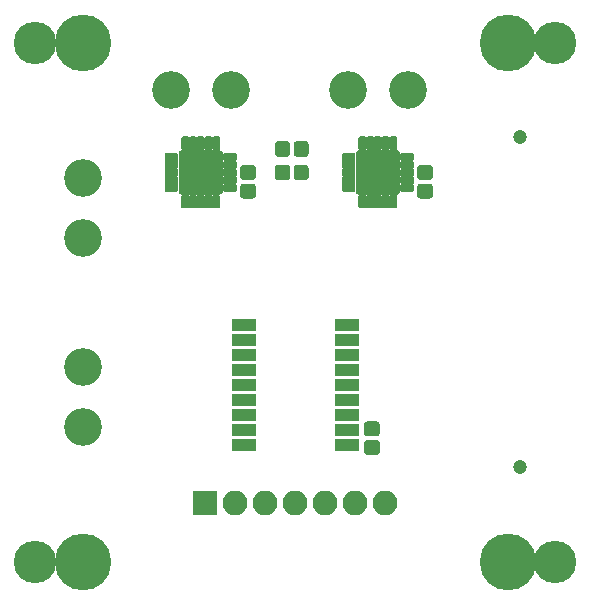
<source format=gbs>
G04 #@! TF.GenerationSoftware,KiCad,Pcbnew,(5.0.0)*
G04 #@! TF.CreationDate,2019-05-20T02:18:12+09:00*
G04 #@! TF.ProjectId,HeaterController_Controller,486561746572436F6E74726F6C6C6572,rev?*
G04 #@! TF.SameCoordinates,PX7f50c60PY34edce0*
G04 #@! TF.FileFunction,Soldermask,Bot*
G04 #@! TF.FilePolarity,Negative*
%FSLAX46Y46*%
G04 Gerber Fmt 4.6, Leading zero omitted, Abs format (unit mm)*
G04 Created by KiCad (PCBNEW (5.0.0)) date 05/20/19 02:18:12*
%MOMM*%
%LPD*%
G01*
G04 APERTURE LIST*
%ADD10R,2.100000X2.100000*%
%ADD11O,2.100000X2.100000*%
%ADD12C,3.200000*%
%ADD13C,3.600000*%
%ADD14C,0.100000*%
%ADD15C,1.275000*%
%ADD16R,2.125000X1.000000*%
%ADD17C,0.700000*%
%ADD18C,3.750000*%
%ADD19C,1.200000*%
%ADD20C,4.800000*%
G04 APERTURE END LIST*
D10*
G04 #@! TO.C,J2*
X-7120000Y-16500000D03*
D11*
X-4580000Y-16500000D03*
X-2040000Y-16500000D03*
X500000Y-16500000D03*
X3040000Y-16500000D03*
X5580000Y-16500000D03*
X8120000Y-16500000D03*
G04 #@! TD*
D12*
G04 #@! TO.C,J3*
X-17500000Y5960000D03*
X-17500000Y11040000D03*
G04 #@! TD*
G04 #@! TO.C,J4*
X-17500000Y-4960000D03*
X-17500000Y-10040000D03*
G04 #@! TD*
G04 #@! TO.C,J5*
X-10040000Y18500000D03*
X-4960000Y18500000D03*
G04 #@! TD*
G04 #@! TO.C,J6*
X10040000Y18500000D03*
X4960000Y18500000D03*
G04 #@! TD*
D13*
G04 #@! TO.C,MH1*
X-21500000Y22500000D03*
G04 #@! TD*
G04 #@! TO.C,MH2*
X22500000Y22500000D03*
G04 #@! TD*
G04 #@! TO.C,MH3*
X22500000Y-21500000D03*
G04 #@! TD*
G04 #@! TO.C,MH4*
X-21500000Y-21500000D03*
G04 #@! TD*
D14*
G04 #@! TO.C,C1*
G36*
X7387493Y-11151535D02*
X7418435Y-11156125D01*
X7448778Y-11163725D01*
X7478230Y-11174263D01*
X7506508Y-11187638D01*
X7533338Y-11203719D01*
X7558463Y-11222353D01*
X7581640Y-11243360D01*
X7602647Y-11266537D01*
X7621281Y-11291662D01*
X7637362Y-11318492D01*
X7650737Y-11346770D01*
X7661275Y-11376222D01*
X7668875Y-11406565D01*
X7673465Y-11437507D01*
X7675000Y-11468750D01*
X7675000Y-12106250D01*
X7673465Y-12137493D01*
X7668875Y-12168435D01*
X7661275Y-12198778D01*
X7650737Y-12228230D01*
X7637362Y-12256508D01*
X7621281Y-12283338D01*
X7602647Y-12308463D01*
X7581640Y-12331640D01*
X7558463Y-12352647D01*
X7533338Y-12371281D01*
X7506508Y-12387362D01*
X7478230Y-12400737D01*
X7448778Y-12411275D01*
X7418435Y-12418875D01*
X7387493Y-12423465D01*
X7356250Y-12425000D01*
X6643750Y-12425000D01*
X6612507Y-12423465D01*
X6581565Y-12418875D01*
X6551222Y-12411275D01*
X6521770Y-12400737D01*
X6493492Y-12387362D01*
X6466662Y-12371281D01*
X6441537Y-12352647D01*
X6418360Y-12331640D01*
X6397353Y-12308463D01*
X6378719Y-12283338D01*
X6362638Y-12256508D01*
X6349263Y-12228230D01*
X6338725Y-12198778D01*
X6331125Y-12168435D01*
X6326535Y-12137493D01*
X6325000Y-12106250D01*
X6325000Y-11468750D01*
X6326535Y-11437507D01*
X6331125Y-11406565D01*
X6338725Y-11376222D01*
X6349263Y-11346770D01*
X6362638Y-11318492D01*
X6378719Y-11291662D01*
X6397353Y-11266537D01*
X6418360Y-11243360D01*
X6441537Y-11222353D01*
X6466662Y-11203719D01*
X6493492Y-11187638D01*
X6521770Y-11174263D01*
X6551222Y-11163725D01*
X6581565Y-11156125D01*
X6612507Y-11151535D01*
X6643750Y-11150000D01*
X7356250Y-11150000D01*
X7387493Y-11151535D01*
X7387493Y-11151535D01*
G37*
D15*
X7000000Y-11787500D03*
D14*
G36*
X7387493Y-9576535D02*
X7418435Y-9581125D01*
X7448778Y-9588725D01*
X7478230Y-9599263D01*
X7506508Y-9612638D01*
X7533338Y-9628719D01*
X7558463Y-9647353D01*
X7581640Y-9668360D01*
X7602647Y-9691537D01*
X7621281Y-9716662D01*
X7637362Y-9743492D01*
X7650737Y-9771770D01*
X7661275Y-9801222D01*
X7668875Y-9831565D01*
X7673465Y-9862507D01*
X7675000Y-9893750D01*
X7675000Y-10531250D01*
X7673465Y-10562493D01*
X7668875Y-10593435D01*
X7661275Y-10623778D01*
X7650737Y-10653230D01*
X7637362Y-10681508D01*
X7621281Y-10708338D01*
X7602647Y-10733463D01*
X7581640Y-10756640D01*
X7558463Y-10777647D01*
X7533338Y-10796281D01*
X7506508Y-10812362D01*
X7478230Y-10825737D01*
X7448778Y-10836275D01*
X7418435Y-10843875D01*
X7387493Y-10848465D01*
X7356250Y-10850000D01*
X6643750Y-10850000D01*
X6612507Y-10848465D01*
X6581565Y-10843875D01*
X6551222Y-10836275D01*
X6521770Y-10825737D01*
X6493492Y-10812362D01*
X6466662Y-10796281D01*
X6441537Y-10777647D01*
X6418360Y-10756640D01*
X6397353Y-10733463D01*
X6378719Y-10708338D01*
X6362638Y-10681508D01*
X6349263Y-10653230D01*
X6338725Y-10623778D01*
X6331125Y-10593435D01*
X6326535Y-10562493D01*
X6325000Y-10531250D01*
X6325000Y-9893750D01*
X6326535Y-9862507D01*
X6331125Y-9831565D01*
X6338725Y-9801222D01*
X6349263Y-9771770D01*
X6362638Y-9743492D01*
X6378719Y-9716662D01*
X6397353Y-9691537D01*
X6418360Y-9668360D01*
X6441537Y-9647353D01*
X6466662Y-9628719D01*
X6493492Y-9612638D01*
X6521770Y-9599263D01*
X6551222Y-9588725D01*
X6581565Y-9581125D01*
X6612507Y-9576535D01*
X6643750Y-9575000D01*
X7356250Y-9575000D01*
X7387493Y-9576535D01*
X7387493Y-9576535D01*
G37*
D15*
X7000000Y-10212500D03*
G04 #@! TD*
D14*
G04 #@! TO.C,C2*
G36*
X-3112507Y10560965D02*
X-3081565Y10556375D01*
X-3051222Y10548775D01*
X-3021770Y10538237D01*
X-2993492Y10524862D01*
X-2966662Y10508781D01*
X-2941537Y10490147D01*
X-2918360Y10469140D01*
X-2897353Y10445963D01*
X-2878719Y10420838D01*
X-2862638Y10394008D01*
X-2849263Y10365730D01*
X-2838725Y10336278D01*
X-2831125Y10305935D01*
X-2826535Y10274993D01*
X-2825000Y10243750D01*
X-2825000Y9606250D01*
X-2826535Y9575007D01*
X-2831125Y9544065D01*
X-2838725Y9513722D01*
X-2849263Y9484270D01*
X-2862638Y9455992D01*
X-2878719Y9429162D01*
X-2897353Y9404037D01*
X-2918360Y9380860D01*
X-2941537Y9359853D01*
X-2966662Y9341219D01*
X-2993492Y9325138D01*
X-3021770Y9311763D01*
X-3051222Y9301225D01*
X-3081565Y9293625D01*
X-3112507Y9289035D01*
X-3143750Y9287500D01*
X-3856250Y9287500D01*
X-3887493Y9289035D01*
X-3918435Y9293625D01*
X-3948778Y9301225D01*
X-3978230Y9311763D01*
X-4006508Y9325138D01*
X-4033338Y9341219D01*
X-4058463Y9359853D01*
X-4081640Y9380860D01*
X-4102647Y9404037D01*
X-4121281Y9429162D01*
X-4137362Y9455992D01*
X-4150737Y9484270D01*
X-4161275Y9513722D01*
X-4168875Y9544065D01*
X-4173465Y9575007D01*
X-4175000Y9606250D01*
X-4175000Y10243750D01*
X-4173465Y10274993D01*
X-4168875Y10305935D01*
X-4161275Y10336278D01*
X-4150737Y10365730D01*
X-4137362Y10394008D01*
X-4121281Y10420838D01*
X-4102647Y10445963D01*
X-4081640Y10469140D01*
X-4058463Y10490147D01*
X-4033338Y10508781D01*
X-4006508Y10524862D01*
X-3978230Y10538237D01*
X-3948778Y10548775D01*
X-3918435Y10556375D01*
X-3887493Y10560965D01*
X-3856250Y10562500D01*
X-3143750Y10562500D01*
X-3112507Y10560965D01*
X-3112507Y10560965D01*
G37*
D15*
X-3500000Y9925000D03*
D14*
G36*
X-3112507Y12135965D02*
X-3081565Y12131375D01*
X-3051222Y12123775D01*
X-3021770Y12113237D01*
X-2993492Y12099862D01*
X-2966662Y12083781D01*
X-2941537Y12065147D01*
X-2918360Y12044140D01*
X-2897353Y12020963D01*
X-2878719Y11995838D01*
X-2862638Y11969008D01*
X-2849263Y11940730D01*
X-2838725Y11911278D01*
X-2831125Y11880935D01*
X-2826535Y11849993D01*
X-2825000Y11818750D01*
X-2825000Y11181250D01*
X-2826535Y11150007D01*
X-2831125Y11119065D01*
X-2838725Y11088722D01*
X-2849263Y11059270D01*
X-2862638Y11030992D01*
X-2878719Y11004162D01*
X-2897353Y10979037D01*
X-2918360Y10955860D01*
X-2941537Y10934853D01*
X-2966662Y10916219D01*
X-2993492Y10900138D01*
X-3021770Y10886763D01*
X-3051222Y10876225D01*
X-3081565Y10868625D01*
X-3112507Y10864035D01*
X-3143750Y10862500D01*
X-3856250Y10862500D01*
X-3887493Y10864035D01*
X-3918435Y10868625D01*
X-3948778Y10876225D01*
X-3978230Y10886763D01*
X-4006508Y10900138D01*
X-4033338Y10916219D01*
X-4058463Y10934853D01*
X-4081640Y10955860D01*
X-4102647Y10979037D01*
X-4121281Y11004162D01*
X-4137362Y11030992D01*
X-4150737Y11059270D01*
X-4161275Y11088722D01*
X-4168875Y11119065D01*
X-4173465Y11150007D01*
X-4175000Y11181250D01*
X-4175000Y11818750D01*
X-4173465Y11849993D01*
X-4168875Y11880935D01*
X-4161275Y11911278D01*
X-4150737Y11940730D01*
X-4137362Y11969008D01*
X-4121281Y11995838D01*
X-4102647Y12020963D01*
X-4081640Y12044140D01*
X-4058463Y12065147D01*
X-4033338Y12083781D01*
X-4006508Y12099862D01*
X-3978230Y12113237D01*
X-3948778Y12123775D01*
X-3918435Y12131375D01*
X-3887493Y12135965D01*
X-3856250Y12137500D01*
X-3143750Y12137500D01*
X-3112507Y12135965D01*
X-3112507Y12135965D01*
G37*
D15*
X-3500000Y11500000D03*
G04 #@! TD*
D14*
G04 #@! TO.C,C3*
G36*
X11887493Y10560965D02*
X11918435Y10556375D01*
X11948778Y10548775D01*
X11978230Y10538237D01*
X12006508Y10524862D01*
X12033338Y10508781D01*
X12058463Y10490147D01*
X12081640Y10469140D01*
X12102647Y10445963D01*
X12121281Y10420838D01*
X12137362Y10394008D01*
X12150737Y10365730D01*
X12161275Y10336278D01*
X12168875Y10305935D01*
X12173465Y10274993D01*
X12175000Y10243750D01*
X12175000Y9606250D01*
X12173465Y9575007D01*
X12168875Y9544065D01*
X12161275Y9513722D01*
X12150737Y9484270D01*
X12137362Y9455992D01*
X12121281Y9429162D01*
X12102647Y9404037D01*
X12081640Y9380860D01*
X12058463Y9359853D01*
X12033338Y9341219D01*
X12006508Y9325138D01*
X11978230Y9311763D01*
X11948778Y9301225D01*
X11918435Y9293625D01*
X11887493Y9289035D01*
X11856250Y9287500D01*
X11143750Y9287500D01*
X11112507Y9289035D01*
X11081565Y9293625D01*
X11051222Y9301225D01*
X11021770Y9311763D01*
X10993492Y9325138D01*
X10966662Y9341219D01*
X10941537Y9359853D01*
X10918360Y9380860D01*
X10897353Y9404037D01*
X10878719Y9429162D01*
X10862638Y9455992D01*
X10849263Y9484270D01*
X10838725Y9513722D01*
X10831125Y9544065D01*
X10826535Y9575007D01*
X10825000Y9606250D01*
X10825000Y10243750D01*
X10826535Y10274993D01*
X10831125Y10305935D01*
X10838725Y10336278D01*
X10849263Y10365730D01*
X10862638Y10394008D01*
X10878719Y10420838D01*
X10897353Y10445963D01*
X10918360Y10469140D01*
X10941537Y10490147D01*
X10966662Y10508781D01*
X10993492Y10524862D01*
X11021770Y10538237D01*
X11051222Y10548775D01*
X11081565Y10556375D01*
X11112507Y10560965D01*
X11143750Y10562500D01*
X11856250Y10562500D01*
X11887493Y10560965D01*
X11887493Y10560965D01*
G37*
D15*
X11500000Y9925000D03*
D14*
G36*
X11887493Y12135965D02*
X11918435Y12131375D01*
X11948778Y12123775D01*
X11978230Y12113237D01*
X12006508Y12099862D01*
X12033338Y12083781D01*
X12058463Y12065147D01*
X12081640Y12044140D01*
X12102647Y12020963D01*
X12121281Y11995838D01*
X12137362Y11969008D01*
X12150737Y11940730D01*
X12161275Y11911278D01*
X12168875Y11880935D01*
X12173465Y11849993D01*
X12175000Y11818750D01*
X12175000Y11181250D01*
X12173465Y11150007D01*
X12168875Y11119065D01*
X12161275Y11088722D01*
X12150737Y11059270D01*
X12137362Y11030992D01*
X12121281Y11004162D01*
X12102647Y10979037D01*
X12081640Y10955860D01*
X12058463Y10934853D01*
X12033338Y10916219D01*
X12006508Y10900138D01*
X11978230Y10886763D01*
X11948778Y10876225D01*
X11918435Y10868625D01*
X11887493Y10864035D01*
X11856250Y10862500D01*
X11143750Y10862500D01*
X11112507Y10864035D01*
X11081565Y10868625D01*
X11051222Y10876225D01*
X11021770Y10886763D01*
X10993492Y10900138D01*
X10966662Y10916219D01*
X10941537Y10934853D01*
X10918360Y10955860D01*
X10897353Y10979037D01*
X10878719Y11004162D01*
X10862638Y11030992D01*
X10849263Y11059270D01*
X10838725Y11088722D01*
X10831125Y11119065D01*
X10826535Y11150007D01*
X10825000Y11181250D01*
X10825000Y11818750D01*
X10826535Y11849993D01*
X10831125Y11880935D01*
X10838725Y11911278D01*
X10849263Y11940730D01*
X10862638Y11969008D01*
X10878719Y11995838D01*
X10897353Y12020963D01*
X10918360Y12044140D01*
X10941537Y12065147D01*
X10966662Y12083781D01*
X10993492Y12099862D01*
X11021770Y12113237D01*
X11051222Y12123775D01*
X11081565Y12131375D01*
X11112507Y12135965D01*
X11143750Y12137500D01*
X11856250Y12137500D01*
X11887493Y12135965D01*
X11887493Y12135965D01*
G37*
D15*
X11500000Y11500000D03*
G04 #@! TD*
D14*
G04 #@! TO.C,R1*
G36*
X1349993Y14173465D02*
X1380935Y14168875D01*
X1411278Y14161275D01*
X1440730Y14150737D01*
X1469008Y14137362D01*
X1495838Y14121281D01*
X1520963Y14102647D01*
X1544140Y14081640D01*
X1565147Y14058463D01*
X1583781Y14033338D01*
X1599862Y14006508D01*
X1613237Y13978230D01*
X1623775Y13948778D01*
X1631375Y13918435D01*
X1635965Y13887493D01*
X1637500Y13856250D01*
X1637500Y13143750D01*
X1635965Y13112507D01*
X1631375Y13081565D01*
X1623775Y13051222D01*
X1613237Y13021770D01*
X1599862Y12993492D01*
X1583781Y12966662D01*
X1565147Y12941537D01*
X1544140Y12918360D01*
X1520963Y12897353D01*
X1495838Y12878719D01*
X1469008Y12862638D01*
X1440730Y12849263D01*
X1411278Y12838725D01*
X1380935Y12831125D01*
X1349993Y12826535D01*
X1318750Y12825000D01*
X681250Y12825000D01*
X650007Y12826535D01*
X619065Y12831125D01*
X588722Y12838725D01*
X559270Y12849263D01*
X530992Y12862638D01*
X504162Y12878719D01*
X479037Y12897353D01*
X455860Y12918360D01*
X434853Y12941537D01*
X416219Y12966662D01*
X400138Y12993492D01*
X386763Y13021770D01*
X376225Y13051222D01*
X368625Y13081565D01*
X364035Y13112507D01*
X362500Y13143750D01*
X362500Y13856250D01*
X364035Y13887493D01*
X368625Y13918435D01*
X376225Y13948778D01*
X386763Y13978230D01*
X400138Y14006508D01*
X416219Y14033338D01*
X434853Y14058463D01*
X455860Y14081640D01*
X479037Y14102647D01*
X504162Y14121281D01*
X530992Y14137362D01*
X559270Y14150737D01*
X588722Y14161275D01*
X619065Y14168875D01*
X650007Y14173465D01*
X681250Y14175000D01*
X1318750Y14175000D01*
X1349993Y14173465D01*
X1349993Y14173465D01*
G37*
D15*
X1000000Y13500000D03*
D14*
G36*
X-225007Y14173465D02*
X-194065Y14168875D01*
X-163722Y14161275D01*
X-134270Y14150737D01*
X-105992Y14137362D01*
X-79162Y14121281D01*
X-54037Y14102647D01*
X-30860Y14081640D01*
X-9853Y14058463D01*
X8781Y14033338D01*
X24862Y14006508D01*
X38237Y13978230D01*
X48775Y13948778D01*
X56375Y13918435D01*
X60965Y13887493D01*
X62500Y13856250D01*
X62500Y13143750D01*
X60965Y13112507D01*
X56375Y13081565D01*
X48775Y13051222D01*
X38237Y13021770D01*
X24862Y12993492D01*
X8781Y12966662D01*
X-9853Y12941537D01*
X-30860Y12918360D01*
X-54037Y12897353D01*
X-79162Y12878719D01*
X-105992Y12862638D01*
X-134270Y12849263D01*
X-163722Y12838725D01*
X-194065Y12831125D01*
X-225007Y12826535D01*
X-256250Y12825000D01*
X-893750Y12825000D01*
X-924993Y12826535D01*
X-955935Y12831125D01*
X-986278Y12838725D01*
X-1015730Y12849263D01*
X-1044008Y12862638D01*
X-1070838Y12878719D01*
X-1095963Y12897353D01*
X-1119140Y12918360D01*
X-1140147Y12941537D01*
X-1158781Y12966662D01*
X-1174862Y12993492D01*
X-1188237Y13021770D01*
X-1198775Y13051222D01*
X-1206375Y13081565D01*
X-1210965Y13112507D01*
X-1212500Y13143750D01*
X-1212500Y13856250D01*
X-1210965Y13887493D01*
X-1206375Y13918435D01*
X-1198775Y13948778D01*
X-1188237Y13978230D01*
X-1174862Y14006508D01*
X-1158781Y14033338D01*
X-1140147Y14058463D01*
X-1119140Y14081640D01*
X-1095963Y14102647D01*
X-1070838Y14121281D01*
X-1044008Y14137362D01*
X-1015730Y14150737D01*
X-986278Y14161275D01*
X-955935Y14168875D01*
X-924993Y14173465D01*
X-893750Y14175000D01*
X-256250Y14175000D01*
X-225007Y14173465D01*
X-225007Y14173465D01*
G37*
D15*
X-575000Y13500000D03*
G04 #@! TD*
D14*
G04 #@! TO.C,R2*
G36*
X-225007Y12173465D02*
X-194065Y12168875D01*
X-163722Y12161275D01*
X-134270Y12150737D01*
X-105992Y12137362D01*
X-79162Y12121281D01*
X-54037Y12102647D01*
X-30860Y12081640D01*
X-9853Y12058463D01*
X8781Y12033338D01*
X24862Y12006508D01*
X38237Y11978230D01*
X48775Y11948778D01*
X56375Y11918435D01*
X60965Y11887493D01*
X62500Y11856250D01*
X62500Y11143750D01*
X60965Y11112507D01*
X56375Y11081565D01*
X48775Y11051222D01*
X38237Y11021770D01*
X24862Y10993492D01*
X8781Y10966662D01*
X-9853Y10941537D01*
X-30860Y10918360D01*
X-54037Y10897353D01*
X-79162Y10878719D01*
X-105992Y10862638D01*
X-134270Y10849263D01*
X-163722Y10838725D01*
X-194065Y10831125D01*
X-225007Y10826535D01*
X-256250Y10825000D01*
X-893750Y10825000D01*
X-924993Y10826535D01*
X-955935Y10831125D01*
X-986278Y10838725D01*
X-1015730Y10849263D01*
X-1044008Y10862638D01*
X-1070838Y10878719D01*
X-1095963Y10897353D01*
X-1119140Y10918360D01*
X-1140147Y10941537D01*
X-1158781Y10966662D01*
X-1174862Y10993492D01*
X-1188237Y11021770D01*
X-1198775Y11051222D01*
X-1206375Y11081565D01*
X-1210965Y11112507D01*
X-1212500Y11143750D01*
X-1212500Y11856250D01*
X-1210965Y11887493D01*
X-1206375Y11918435D01*
X-1198775Y11948778D01*
X-1188237Y11978230D01*
X-1174862Y12006508D01*
X-1158781Y12033338D01*
X-1140147Y12058463D01*
X-1119140Y12081640D01*
X-1095963Y12102647D01*
X-1070838Y12121281D01*
X-1044008Y12137362D01*
X-1015730Y12150737D01*
X-986278Y12161275D01*
X-955935Y12168875D01*
X-924993Y12173465D01*
X-893750Y12175000D01*
X-256250Y12175000D01*
X-225007Y12173465D01*
X-225007Y12173465D01*
G37*
D15*
X-575000Y11500000D03*
D14*
G36*
X1349993Y12173465D02*
X1380935Y12168875D01*
X1411278Y12161275D01*
X1440730Y12150737D01*
X1469008Y12137362D01*
X1495838Y12121281D01*
X1520963Y12102647D01*
X1544140Y12081640D01*
X1565147Y12058463D01*
X1583781Y12033338D01*
X1599862Y12006508D01*
X1613237Y11978230D01*
X1623775Y11948778D01*
X1631375Y11918435D01*
X1635965Y11887493D01*
X1637500Y11856250D01*
X1637500Y11143750D01*
X1635965Y11112507D01*
X1631375Y11081565D01*
X1623775Y11051222D01*
X1613237Y11021770D01*
X1599862Y10993492D01*
X1583781Y10966662D01*
X1565147Y10941537D01*
X1544140Y10918360D01*
X1520963Y10897353D01*
X1495838Y10878719D01*
X1469008Y10862638D01*
X1440730Y10849263D01*
X1411278Y10838725D01*
X1380935Y10831125D01*
X1349993Y10826535D01*
X1318750Y10825000D01*
X681250Y10825000D01*
X650007Y10826535D01*
X619065Y10831125D01*
X588722Y10838725D01*
X559270Y10849263D01*
X530992Y10862638D01*
X504162Y10878719D01*
X479037Y10897353D01*
X455860Y10918360D01*
X434853Y10941537D01*
X416219Y10966662D01*
X400138Y10993492D01*
X386763Y11021770D01*
X376225Y11051222D01*
X368625Y11081565D01*
X364035Y11112507D01*
X362500Y11143750D01*
X362500Y11856250D01*
X364035Y11887493D01*
X368625Y11918435D01*
X376225Y11948778D01*
X386763Y11978230D01*
X400138Y12006508D01*
X416219Y12033338D01*
X434853Y12058463D01*
X455860Y12081640D01*
X479037Y12102647D01*
X504162Y12121281D01*
X530992Y12137362D01*
X559270Y12150737D01*
X588722Y12161275D01*
X619065Y12168875D01*
X650007Y12173465D01*
X681250Y12175000D01*
X1318750Y12175000D01*
X1349993Y12173465D01*
X1349993Y12173465D01*
G37*
D15*
X1000000Y11500000D03*
G04 #@! TD*
D16*
G04 #@! TO.C,U1*
X4862500Y-1420000D03*
X4862500Y-2690000D03*
X4862500Y-3960000D03*
X4862500Y-5230000D03*
X4862500Y-6500000D03*
X4862500Y-7770000D03*
X4862500Y-9040000D03*
X4862500Y-10310000D03*
X4862500Y-11580000D03*
X-3862500Y-1420000D03*
X-3862500Y-2690000D03*
X-3862500Y-3960000D03*
X-3862500Y-5230000D03*
X-3862500Y-6500000D03*
X-3862500Y-7770000D03*
X-3862500Y-9040000D03*
X-3862500Y-10310000D03*
X-3862500Y-11580000D03*
G04 #@! TD*
D14*
G04 #@! TO.C,U2*
G36*
X-9557847Y13149157D02*
X-9540859Y13146637D01*
X-9524200Y13142465D01*
X-9508030Y13136679D01*
X-9492506Y13129336D01*
X-9477775Y13120507D01*
X-9463981Y13110277D01*
X-9451256Y13098744D01*
X-9439723Y13086019D01*
X-9429493Y13072225D01*
X-9420664Y13057494D01*
X-9413321Y13041970D01*
X-9407535Y13025800D01*
X-9403363Y13009141D01*
X-9400843Y12992153D01*
X-9400000Y12975000D01*
X-9400000Y12625000D01*
X-9400843Y12607847D01*
X-9403363Y12590859D01*
X-9407535Y12574200D01*
X-9413321Y12558030D01*
X-9420664Y12542506D01*
X-9429493Y12527775D01*
X-9439723Y12513981D01*
X-9451256Y12501256D01*
X-9463981Y12489723D01*
X-9477775Y12479493D01*
X-9492506Y12470664D01*
X-9508030Y12463321D01*
X-9524200Y12457535D01*
X-9540859Y12453363D01*
X-9557847Y12450843D01*
X-9575000Y12450000D01*
X-10375000Y12450000D01*
X-10392153Y12450843D01*
X-10409141Y12453363D01*
X-10425800Y12457535D01*
X-10441970Y12463321D01*
X-10457494Y12470664D01*
X-10472225Y12479493D01*
X-10486019Y12489723D01*
X-10498744Y12501256D01*
X-10510277Y12513981D01*
X-10520507Y12527775D01*
X-10529336Y12542506D01*
X-10536679Y12558030D01*
X-10542465Y12574200D01*
X-10546637Y12590859D01*
X-10549157Y12607847D01*
X-10550000Y12625000D01*
X-10550000Y12975000D01*
X-10549157Y12992153D01*
X-10546637Y13009141D01*
X-10542465Y13025800D01*
X-10536679Y13041970D01*
X-10529336Y13057494D01*
X-10520507Y13072225D01*
X-10510277Y13086019D01*
X-10498744Y13098744D01*
X-10486019Y13110277D01*
X-10472225Y13120507D01*
X-10457494Y13129336D01*
X-10441970Y13136679D01*
X-10425800Y13142465D01*
X-10409141Y13146637D01*
X-10392153Y13149157D01*
X-10375000Y13150000D01*
X-9575000Y13150000D01*
X-9557847Y13149157D01*
X-9557847Y13149157D01*
G37*
D17*
X-9975000Y12800000D03*
D14*
G36*
X-9557847Y12499157D02*
X-9540859Y12496637D01*
X-9524200Y12492465D01*
X-9508030Y12486679D01*
X-9492506Y12479336D01*
X-9477775Y12470507D01*
X-9463981Y12460277D01*
X-9451256Y12448744D01*
X-9439723Y12436019D01*
X-9429493Y12422225D01*
X-9420664Y12407494D01*
X-9413321Y12391970D01*
X-9407535Y12375800D01*
X-9403363Y12359141D01*
X-9400843Y12342153D01*
X-9400000Y12325000D01*
X-9400000Y11975000D01*
X-9400843Y11957847D01*
X-9403363Y11940859D01*
X-9407535Y11924200D01*
X-9413321Y11908030D01*
X-9420664Y11892506D01*
X-9429493Y11877775D01*
X-9439723Y11863981D01*
X-9451256Y11851256D01*
X-9463981Y11839723D01*
X-9477775Y11829493D01*
X-9492506Y11820664D01*
X-9508030Y11813321D01*
X-9524200Y11807535D01*
X-9540859Y11803363D01*
X-9557847Y11800843D01*
X-9575000Y11800000D01*
X-10375000Y11800000D01*
X-10392153Y11800843D01*
X-10409141Y11803363D01*
X-10425800Y11807535D01*
X-10441970Y11813321D01*
X-10457494Y11820664D01*
X-10472225Y11829493D01*
X-10486019Y11839723D01*
X-10498744Y11851256D01*
X-10510277Y11863981D01*
X-10520507Y11877775D01*
X-10529336Y11892506D01*
X-10536679Y11908030D01*
X-10542465Y11924200D01*
X-10546637Y11940859D01*
X-10549157Y11957847D01*
X-10550000Y11975000D01*
X-10550000Y12325000D01*
X-10549157Y12342153D01*
X-10546637Y12359141D01*
X-10542465Y12375800D01*
X-10536679Y12391970D01*
X-10529336Y12407494D01*
X-10520507Y12422225D01*
X-10510277Y12436019D01*
X-10498744Y12448744D01*
X-10486019Y12460277D01*
X-10472225Y12470507D01*
X-10457494Y12479336D01*
X-10441970Y12486679D01*
X-10425800Y12492465D01*
X-10409141Y12496637D01*
X-10392153Y12499157D01*
X-10375000Y12500000D01*
X-9575000Y12500000D01*
X-9557847Y12499157D01*
X-9557847Y12499157D01*
G37*
D17*
X-9975000Y12150000D03*
D14*
G36*
X-9557847Y11849157D02*
X-9540859Y11846637D01*
X-9524200Y11842465D01*
X-9508030Y11836679D01*
X-9492506Y11829336D01*
X-9477775Y11820507D01*
X-9463981Y11810277D01*
X-9451256Y11798744D01*
X-9439723Y11786019D01*
X-9429493Y11772225D01*
X-9420664Y11757494D01*
X-9413321Y11741970D01*
X-9407535Y11725800D01*
X-9403363Y11709141D01*
X-9400843Y11692153D01*
X-9400000Y11675000D01*
X-9400000Y11325000D01*
X-9400843Y11307847D01*
X-9403363Y11290859D01*
X-9407535Y11274200D01*
X-9413321Y11258030D01*
X-9420664Y11242506D01*
X-9429493Y11227775D01*
X-9439723Y11213981D01*
X-9451256Y11201256D01*
X-9463981Y11189723D01*
X-9477775Y11179493D01*
X-9492506Y11170664D01*
X-9508030Y11163321D01*
X-9524200Y11157535D01*
X-9540859Y11153363D01*
X-9557847Y11150843D01*
X-9575000Y11150000D01*
X-10375000Y11150000D01*
X-10392153Y11150843D01*
X-10409141Y11153363D01*
X-10425800Y11157535D01*
X-10441970Y11163321D01*
X-10457494Y11170664D01*
X-10472225Y11179493D01*
X-10486019Y11189723D01*
X-10498744Y11201256D01*
X-10510277Y11213981D01*
X-10520507Y11227775D01*
X-10529336Y11242506D01*
X-10536679Y11258030D01*
X-10542465Y11274200D01*
X-10546637Y11290859D01*
X-10549157Y11307847D01*
X-10550000Y11325000D01*
X-10550000Y11675000D01*
X-10549157Y11692153D01*
X-10546637Y11709141D01*
X-10542465Y11725800D01*
X-10536679Y11741970D01*
X-10529336Y11757494D01*
X-10520507Y11772225D01*
X-10510277Y11786019D01*
X-10498744Y11798744D01*
X-10486019Y11810277D01*
X-10472225Y11820507D01*
X-10457494Y11829336D01*
X-10441970Y11836679D01*
X-10425800Y11842465D01*
X-10409141Y11846637D01*
X-10392153Y11849157D01*
X-10375000Y11850000D01*
X-9575000Y11850000D01*
X-9557847Y11849157D01*
X-9557847Y11849157D01*
G37*
D17*
X-9975000Y11500000D03*
D14*
G36*
X-9557847Y11199157D02*
X-9540859Y11196637D01*
X-9524200Y11192465D01*
X-9508030Y11186679D01*
X-9492506Y11179336D01*
X-9477775Y11170507D01*
X-9463981Y11160277D01*
X-9451256Y11148744D01*
X-9439723Y11136019D01*
X-9429493Y11122225D01*
X-9420664Y11107494D01*
X-9413321Y11091970D01*
X-9407535Y11075800D01*
X-9403363Y11059141D01*
X-9400843Y11042153D01*
X-9400000Y11025000D01*
X-9400000Y10675000D01*
X-9400843Y10657847D01*
X-9403363Y10640859D01*
X-9407535Y10624200D01*
X-9413321Y10608030D01*
X-9420664Y10592506D01*
X-9429493Y10577775D01*
X-9439723Y10563981D01*
X-9451256Y10551256D01*
X-9463981Y10539723D01*
X-9477775Y10529493D01*
X-9492506Y10520664D01*
X-9508030Y10513321D01*
X-9524200Y10507535D01*
X-9540859Y10503363D01*
X-9557847Y10500843D01*
X-9575000Y10500000D01*
X-10375000Y10500000D01*
X-10392153Y10500843D01*
X-10409141Y10503363D01*
X-10425800Y10507535D01*
X-10441970Y10513321D01*
X-10457494Y10520664D01*
X-10472225Y10529493D01*
X-10486019Y10539723D01*
X-10498744Y10551256D01*
X-10510277Y10563981D01*
X-10520507Y10577775D01*
X-10529336Y10592506D01*
X-10536679Y10608030D01*
X-10542465Y10624200D01*
X-10546637Y10640859D01*
X-10549157Y10657847D01*
X-10550000Y10675000D01*
X-10550000Y11025000D01*
X-10549157Y11042153D01*
X-10546637Y11059141D01*
X-10542465Y11075800D01*
X-10536679Y11091970D01*
X-10529336Y11107494D01*
X-10520507Y11122225D01*
X-10510277Y11136019D01*
X-10498744Y11148744D01*
X-10486019Y11160277D01*
X-10472225Y11170507D01*
X-10457494Y11179336D01*
X-10441970Y11186679D01*
X-10425800Y11192465D01*
X-10409141Y11196637D01*
X-10392153Y11199157D01*
X-10375000Y11200000D01*
X-9575000Y11200000D01*
X-9557847Y11199157D01*
X-9557847Y11199157D01*
G37*
D17*
X-9975000Y10850000D03*
D14*
G36*
X-9557847Y10549157D02*
X-9540859Y10546637D01*
X-9524200Y10542465D01*
X-9508030Y10536679D01*
X-9492506Y10529336D01*
X-9477775Y10520507D01*
X-9463981Y10510277D01*
X-9451256Y10498744D01*
X-9439723Y10486019D01*
X-9429493Y10472225D01*
X-9420664Y10457494D01*
X-9413321Y10441970D01*
X-9407535Y10425800D01*
X-9403363Y10409141D01*
X-9400843Y10392153D01*
X-9400000Y10375000D01*
X-9400000Y10025000D01*
X-9400843Y10007847D01*
X-9403363Y9990859D01*
X-9407535Y9974200D01*
X-9413321Y9958030D01*
X-9420664Y9942506D01*
X-9429493Y9927775D01*
X-9439723Y9913981D01*
X-9451256Y9901256D01*
X-9463981Y9889723D01*
X-9477775Y9879493D01*
X-9492506Y9870664D01*
X-9508030Y9863321D01*
X-9524200Y9857535D01*
X-9540859Y9853363D01*
X-9557847Y9850843D01*
X-9575000Y9850000D01*
X-10375000Y9850000D01*
X-10392153Y9850843D01*
X-10409141Y9853363D01*
X-10425800Y9857535D01*
X-10441970Y9863321D01*
X-10457494Y9870664D01*
X-10472225Y9879493D01*
X-10486019Y9889723D01*
X-10498744Y9901256D01*
X-10510277Y9913981D01*
X-10520507Y9927775D01*
X-10529336Y9942506D01*
X-10536679Y9958030D01*
X-10542465Y9974200D01*
X-10546637Y9990859D01*
X-10549157Y10007847D01*
X-10550000Y10025000D01*
X-10550000Y10375000D01*
X-10549157Y10392153D01*
X-10546637Y10409141D01*
X-10542465Y10425800D01*
X-10536679Y10441970D01*
X-10529336Y10457494D01*
X-10520507Y10472225D01*
X-10510277Y10486019D01*
X-10498744Y10498744D01*
X-10486019Y10510277D01*
X-10472225Y10520507D01*
X-10457494Y10529336D01*
X-10441970Y10536679D01*
X-10425800Y10542465D01*
X-10409141Y10546637D01*
X-10392153Y10549157D01*
X-10375000Y10550000D01*
X-9575000Y10550000D01*
X-9557847Y10549157D01*
X-9557847Y10549157D01*
G37*
D17*
X-9975000Y10200000D03*
D14*
G36*
X-8607847Y9599157D02*
X-8590859Y9596637D01*
X-8574200Y9592465D01*
X-8558030Y9586679D01*
X-8542506Y9579336D01*
X-8527775Y9570507D01*
X-8513981Y9560277D01*
X-8501256Y9548744D01*
X-8489723Y9536019D01*
X-8479493Y9522225D01*
X-8470664Y9507494D01*
X-8463321Y9491970D01*
X-8457535Y9475800D01*
X-8453363Y9459141D01*
X-8450843Y9442153D01*
X-8450000Y9425000D01*
X-8450000Y8625000D01*
X-8450843Y8607847D01*
X-8453363Y8590859D01*
X-8457535Y8574200D01*
X-8463321Y8558030D01*
X-8470664Y8542506D01*
X-8479493Y8527775D01*
X-8489723Y8513981D01*
X-8501256Y8501256D01*
X-8513981Y8489723D01*
X-8527775Y8479493D01*
X-8542506Y8470664D01*
X-8558030Y8463321D01*
X-8574200Y8457535D01*
X-8590859Y8453363D01*
X-8607847Y8450843D01*
X-8625000Y8450000D01*
X-8975000Y8450000D01*
X-8992153Y8450843D01*
X-9009141Y8453363D01*
X-9025800Y8457535D01*
X-9041970Y8463321D01*
X-9057494Y8470664D01*
X-9072225Y8479493D01*
X-9086019Y8489723D01*
X-9098744Y8501256D01*
X-9110277Y8513981D01*
X-9120507Y8527775D01*
X-9129336Y8542506D01*
X-9136679Y8558030D01*
X-9142465Y8574200D01*
X-9146637Y8590859D01*
X-9149157Y8607847D01*
X-9150000Y8625000D01*
X-9150000Y9425000D01*
X-9149157Y9442153D01*
X-9146637Y9459141D01*
X-9142465Y9475800D01*
X-9136679Y9491970D01*
X-9129336Y9507494D01*
X-9120507Y9522225D01*
X-9110277Y9536019D01*
X-9098744Y9548744D01*
X-9086019Y9560277D01*
X-9072225Y9570507D01*
X-9057494Y9579336D01*
X-9041970Y9586679D01*
X-9025800Y9592465D01*
X-9009141Y9596637D01*
X-8992153Y9599157D01*
X-8975000Y9600000D01*
X-8625000Y9600000D01*
X-8607847Y9599157D01*
X-8607847Y9599157D01*
G37*
D17*
X-8800000Y9025000D03*
D14*
G36*
X-7957847Y9599157D02*
X-7940859Y9596637D01*
X-7924200Y9592465D01*
X-7908030Y9586679D01*
X-7892506Y9579336D01*
X-7877775Y9570507D01*
X-7863981Y9560277D01*
X-7851256Y9548744D01*
X-7839723Y9536019D01*
X-7829493Y9522225D01*
X-7820664Y9507494D01*
X-7813321Y9491970D01*
X-7807535Y9475800D01*
X-7803363Y9459141D01*
X-7800843Y9442153D01*
X-7800000Y9425000D01*
X-7800000Y8625000D01*
X-7800843Y8607847D01*
X-7803363Y8590859D01*
X-7807535Y8574200D01*
X-7813321Y8558030D01*
X-7820664Y8542506D01*
X-7829493Y8527775D01*
X-7839723Y8513981D01*
X-7851256Y8501256D01*
X-7863981Y8489723D01*
X-7877775Y8479493D01*
X-7892506Y8470664D01*
X-7908030Y8463321D01*
X-7924200Y8457535D01*
X-7940859Y8453363D01*
X-7957847Y8450843D01*
X-7975000Y8450000D01*
X-8325000Y8450000D01*
X-8342153Y8450843D01*
X-8359141Y8453363D01*
X-8375800Y8457535D01*
X-8391970Y8463321D01*
X-8407494Y8470664D01*
X-8422225Y8479493D01*
X-8436019Y8489723D01*
X-8448744Y8501256D01*
X-8460277Y8513981D01*
X-8470507Y8527775D01*
X-8479336Y8542506D01*
X-8486679Y8558030D01*
X-8492465Y8574200D01*
X-8496637Y8590859D01*
X-8499157Y8607847D01*
X-8500000Y8625000D01*
X-8500000Y9425000D01*
X-8499157Y9442153D01*
X-8496637Y9459141D01*
X-8492465Y9475800D01*
X-8486679Y9491970D01*
X-8479336Y9507494D01*
X-8470507Y9522225D01*
X-8460277Y9536019D01*
X-8448744Y9548744D01*
X-8436019Y9560277D01*
X-8422225Y9570507D01*
X-8407494Y9579336D01*
X-8391970Y9586679D01*
X-8375800Y9592465D01*
X-8359141Y9596637D01*
X-8342153Y9599157D01*
X-8325000Y9600000D01*
X-7975000Y9600000D01*
X-7957847Y9599157D01*
X-7957847Y9599157D01*
G37*
D17*
X-8150000Y9025000D03*
D14*
G36*
X-7307847Y9599157D02*
X-7290859Y9596637D01*
X-7274200Y9592465D01*
X-7258030Y9586679D01*
X-7242506Y9579336D01*
X-7227775Y9570507D01*
X-7213981Y9560277D01*
X-7201256Y9548744D01*
X-7189723Y9536019D01*
X-7179493Y9522225D01*
X-7170664Y9507494D01*
X-7163321Y9491970D01*
X-7157535Y9475800D01*
X-7153363Y9459141D01*
X-7150843Y9442153D01*
X-7150000Y9425000D01*
X-7150000Y8625000D01*
X-7150843Y8607847D01*
X-7153363Y8590859D01*
X-7157535Y8574200D01*
X-7163321Y8558030D01*
X-7170664Y8542506D01*
X-7179493Y8527775D01*
X-7189723Y8513981D01*
X-7201256Y8501256D01*
X-7213981Y8489723D01*
X-7227775Y8479493D01*
X-7242506Y8470664D01*
X-7258030Y8463321D01*
X-7274200Y8457535D01*
X-7290859Y8453363D01*
X-7307847Y8450843D01*
X-7325000Y8450000D01*
X-7675000Y8450000D01*
X-7692153Y8450843D01*
X-7709141Y8453363D01*
X-7725800Y8457535D01*
X-7741970Y8463321D01*
X-7757494Y8470664D01*
X-7772225Y8479493D01*
X-7786019Y8489723D01*
X-7798744Y8501256D01*
X-7810277Y8513981D01*
X-7820507Y8527775D01*
X-7829336Y8542506D01*
X-7836679Y8558030D01*
X-7842465Y8574200D01*
X-7846637Y8590859D01*
X-7849157Y8607847D01*
X-7850000Y8625000D01*
X-7850000Y9425000D01*
X-7849157Y9442153D01*
X-7846637Y9459141D01*
X-7842465Y9475800D01*
X-7836679Y9491970D01*
X-7829336Y9507494D01*
X-7820507Y9522225D01*
X-7810277Y9536019D01*
X-7798744Y9548744D01*
X-7786019Y9560277D01*
X-7772225Y9570507D01*
X-7757494Y9579336D01*
X-7741970Y9586679D01*
X-7725800Y9592465D01*
X-7709141Y9596637D01*
X-7692153Y9599157D01*
X-7675000Y9600000D01*
X-7325000Y9600000D01*
X-7307847Y9599157D01*
X-7307847Y9599157D01*
G37*
D17*
X-7500000Y9025000D03*
D14*
G36*
X-6657847Y9599157D02*
X-6640859Y9596637D01*
X-6624200Y9592465D01*
X-6608030Y9586679D01*
X-6592506Y9579336D01*
X-6577775Y9570507D01*
X-6563981Y9560277D01*
X-6551256Y9548744D01*
X-6539723Y9536019D01*
X-6529493Y9522225D01*
X-6520664Y9507494D01*
X-6513321Y9491970D01*
X-6507535Y9475800D01*
X-6503363Y9459141D01*
X-6500843Y9442153D01*
X-6500000Y9425000D01*
X-6500000Y8625000D01*
X-6500843Y8607847D01*
X-6503363Y8590859D01*
X-6507535Y8574200D01*
X-6513321Y8558030D01*
X-6520664Y8542506D01*
X-6529493Y8527775D01*
X-6539723Y8513981D01*
X-6551256Y8501256D01*
X-6563981Y8489723D01*
X-6577775Y8479493D01*
X-6592506Y8470664D01*
X-6608030Y8463321D01*
X-6624200Y8457535D01*
X-6640859Y8453363D01*
X-6657847Y8450843D01*
X-6675000Y8450000D01*
X-7025000Y8450000D01*
X-7042153Y8450843D01*
X-7059141Y8453363D01*
X-7075800Y8457535D01*
X-7091970Y8463321D01*
X-7107494Y8470664D01*
X-7122225Y8479493D01*
X-7136019Y8489723D01*
X-7148744Y8501256D01*
X-7160277Y8513981D01*
X-7170507Y8527775D01*
X-7179336Y8542506D01*
X-7186679Y8558030D01*
X-7192465Y8574200D01*
X-7196637Y8590859D01*
X-7199157Y8607847D01*
X-7200000Y8625000D01*
X-7200000Y9425000D01*
X-7199157Y9442153D01*
X-7196637Y9459141D01*
X-7192465Y9475800D01*
X-7186679Y9491970D01*
X-7179336Y9507494D01*
X-7170507Y9522225D01*
X-7160277Y9536019D01*
X-7148744Y9548744D01*
X-7136019Y9560277D01*
X-7122225Y9570507D01*
X-7107494Y9579336D01*
X-7091970Y9586679D01*
X-7075800Y9592465D01*
X-7059141Y9596637D01*
X-7042153Y9599157D01*
X-7025000Y9600000D01*
X-6675000Y9600000D01*
X-6657847Y9599157D01*
X-6657847Y9599157D01*
G37*
D17*
X-6850000Y9025000D03*
D14*
G36*
X-6007847Y9599157D02*
X-5990859Y9596637D01*
X-5974200Y9592465D01*
X-5958030Y9586679D01*
X-5942506Y9579336D01*
X-5927775Y9570507D01*
X-5913981Y9560277D01*
X-5901256Y9548744D01*
X-5889723Y9536019D01*
X-5879493Y9522225D01*
X-5870664Y9507494D01*
X-5863321Y9491970D01*
X-5857535Y9475800D01*
X-5853363Y9459141D01*
X-5850843Y9442153D01*
X-5850000Y9425000D01*
X-5850000Y8625000D01*
X-5850843Y8607847D01*
X-5853363Y8590859D01*
X-5857535Y8574200D01*
X-5863321Y8558030D01*
X-5870664Y8542506D01*
X-5879493Y8527775D01*
X-5889723Y8513981D01*
X-5901256Y8501256D01*
X-5913981Y8489723D01*
X-5927775Y8479493D01*
X-5942506Y8470664D01*
X-5958030Y8463321D01*
X-5974200Y8457535D01*
X-5990859Y8453363D01*
X-6007847Y8450843D01*
X-6025000Y8450000D01*
X-6375000Y8450000D01*
X-6392153Y8450843D01*
X-6409141Y8453363D01*
X-6425800Y8457535D01*
X-6441970Y8463321D01*
X-6457494Y8470664D01*
X-6472225Y8479493D01*
X-6486019Y8489723D01*
X-6498744Y8501256D01*
X-6510277Y8513981D01*
X-6520507Y8527775D01*
X-6529336Y8542506D01*
X-6536679Y8558030D01*
X-6542465Y8574200D01*
X-6546637Y8590859D01*
X-6549157Y8607847D01*
X-6550000Y8625000D01*
X-6550000Y9425000D01*
X-6549157Y9442153D01*
X-6546637Y9459141D01*
X-6542465Y9475800D01*
X-6536679Y9491970D01*
X-6529336Y9507494D01*
X-6520507Y9522225D01*
X-6510277Y9536019D01*
X-6498744Y9548744D01*
X-6486019Y9560277D01*
X-6472225Y9570507D01*
X-6457494Y9579336D01*
X-6441970Y9586679D01*
X-6425800Y9592465D01*
X-6409141Y9596637D01*
X-6392153Y9599157D01*
X-6375000Y9600000D01*
X-6025000Y9600000D01*
X-6007847Y9599157D01*
X-6007847Y9599157D01*
G37*
D17*
X-6200000Y9025000D03*
D14*
G36*
X-4607847Y10549157D02*
X-4590859Y10546637D01*
X-4574200Y10542465D01*
X-4558030Y10536679D01*
X-4542506Y10529336D01*
X-4527775Y10520507D01*
X-4513981Y10510277D01*
X-4501256Y10498744D01*
X-4489723Y10486019D01*
X-4479493Y10472225D01*
X-4470664Y10457494D01*
X-4463321Y10441970D01*
X-4457535Y10425800D01*
X-4453363Y10409141D01*
X-4450843Y10392153D01*
X-4450000Y10375000D01*
X-4450000Y10025000D01*
X-4450843Y10007847D01*
X-4453363Y9990859D01*
X-4457535Y9974200D01*
X-4463321Y9958030D01*
X-4470664Y9942506D01*
X-4479493Y9927775D01*
X-4489723Y9913981D01*
X-4501256Y9901256D01*
X-4513981Y9889723D01*
X-4527775Y9879493D01*
X-4542506Y9870664D01*
X-4558030Y9863321D01*
X-4574200Y9857535D01*
X-4590859Y9853363D01*
X-4607847Y9850843D01*
X-4625000Y9850000D01*
X-5425000Y9850000D01*
X-5442153Y9850843D01*
X-5459141Y9853363D01*
X-5475800Y9857535D01*
X-5491970Y9863321D01*
X-5507494Y9870664D01*
X-5522225Y9879493D01*
X-5536019Y9889723D01*
X-5548744Y9901256D01*
X-5560277Y9913981D01*
X-5570507Y9927775D01*
X-5579336Y9942506D01*
X-5586679Y9958030D01*
X-5592465Y9974200D01*
X-5596637Y9990859D01*
X-5599157Y10007847D01*
X-5600000Y10025000D01*
X-5600000Y10375000D01*
X-5599157Y10392153D01*
X-5596637Y10409141D01*
X-5592465Y10425800D01*
X-5586679Y10441970D01*
X-5579336Y10457494D01*
X-5570507Y10472225D01*
X-5560277Y10486019D01*
X-5548744Y10498744D01*
X-5536019Y10510277D01*
X-5522225Y10520507D01*
X-5507494Y10529336D01*
X-5491970Y10536679D01*
X-5475800Y10542465D01*
X-5459141Y10546637D01*
X-5442153Y10549157D01*
X-5425000Y10550000D01*
X-4625000Y10550000D01*
X-4607847Y10549157D01*
X-4607847Y10549157D01*
G37*
D17*
X-5025000Y10200000D03*
D14*
G36*
X-4607847Y11199157D02*
X-4590859Y11196637D01*
X-4574200Y11192465D01*
X-4558030Y11186679D01*
X-4542506Y11179336D01*
X-4527775Y11170507D01*
X-4513981Y11160277D01*
X-4501256Y11148744D01*
X-4489723Y11136019D01*
X-4479493Y11122225D01*
X-4470664Y11107494D01*
X-4463321Y11091970D01*
X-4457535Y11075800D01*
X-4453363Y11059141D01*
X-4450843Y11042153D01*
X-4450000Y11025000D01*
X-4450000Y10675000D01*
X-4450843Y10657847D01*
X-4453363Y10640859D01*
X-4457535Y10624200D01*
X-4463321Y10608030D01*
X-4470664Y10592506D01*
X-4479493Y10577775D01*
X-4489723Y10563981D01*
X-4501256Y10551256D01*
X-4513981Y10539723D01*
X-4527775Y10529493D01*
X-4542506Y10520664D01*
X-4558030Y10513321D01*
X-4574200Y10507535D01*
X-4590859Y10503363D01*
X-4607847Y10500843D01*
X-4625000Y10500000D01*
X-5425000Y10500000D01*
X-5442153Y10500843D01*
X-5459141Y10503363D01*
X-5475800Y10507535D01*
X-5491970Y10513321D01*
X-5507494Y10520664D01*
X-5522225Y10529493D01*
X-5536019Y10539723D01*
X-5548744Y10551256D01*
X-5560277Y10563981D01*
X-5570507Y10577775D01*
X-5579336Y10592506D01*
X-5586679Y10608030D01*
X-5592465Y10624200D01*
X-5596637Y10640859D01*
X-5599157Y10657847D01*
X-5600000Y10675000D01*
X-5600000Y11025000D01*
X-5599157Y11042153D01*
X-5596637Y11059141D01*
X-5592465Y11075800D01*
X-5586679Y11091970D01*
X-5579336Y11107494D01*
X-5570507Y11122225D01*
X-5560277Y11136019D01*
X-5548744Y11148744D01*
X-5536019Y11160277D01*
X-5522225Y11170507D01*
X-5507494Y11179336D01*
X-5491970Y11186679D01*
X-5475800Y11192465D01*
X-5459141Y11196637D01*
X-5442153Y11199157D01*
X-5425000Y11200000D01*
X-4625000Y11200000D01*
X-4607847Y11199157D01*
X-4607847Y11199157D01*
G37*
D17*
X-5025000Y10850000D03*
D14*
G36*
X-4607847Y11849157D02*
X-4590859Y11846637D01*
X-4574200Y11842465D01*
X-4558030Y11836679D01*
X-4542506Y11829336D01*
X-4527775Y11820507D01*
X-4513981Y11810277D01*
X-4501256Y11798744D01*
X-4489723Y11786019D01*
X-4479493Y11772225D01*
X-4470664Y11757494D01*
X-4463321Y11741970D01*
X-4457535Y11725800D01*
X-4453363Y11709141D01*
X-4450843Y11692153D01*
X-4450000Y11675000D01*
X-4450000Y11325000D01*
X-4450843Y11307847D01*
X-4453363Y11290859D01*
X-4457535Y11274200D01*
X-4463321Y11258030D01*
X-4470664Y11242506D01*
X-4479493Y11227775D01*
X-4489723Y11213981D01*
X-4501256Y11201256D01*
X-4513981Y11189723D01*
X-4527775Y11179493D01*
X-4542506Y11170664D01*
X-4558030Y11163321D01*
X-4574200Y11157535D01*
X-4590859Y11153363D01*
X-4607847Y11150843D01*
X-4625000Y11150000D01*
X-5425000Y11150000D01*
X-5442153Y11150843D01*
X-5459141Y11153363D01*
X-5475800Y11157535D01*
X-5491970Y11163321D01*
X-5507494Y11170664D01*
X-5522225Y11179493D01*
X-5536019Y11189723D01*
X-5548744Y11201256D01*
X-5560277Y11213981D01*
X-5570507Y11227775D01*
X-5579336Y11242506D01*
X-5586679Y11258030D01*
X-5592465Y11274200D01*
X-5596637Y11290859D01*
X-5599157Y11307847D01*
X-5600000Y11325000D01*
X-5600000Y11675000D01*
X-5599157Y11692153D01*
X-5596637Y11709141D01*
X-5592465Y11725800D01*
X-5586679Y11741970D01*
X-5579336Y11757494D01*
X-5570507Y11772225D01*
X-5560277Y11786019D01*
X-5548744Y11798744D01*
X-5536019Y11810277D01*
X-5522225Y11820507D01*
X-5507494Y11829336D01*
X-5491970Y11836679D01*
X-5475800Y11842465D01*
X-5459141Y11846637D01*
X-5442153Y11849157D01*
X-5425000Y11850000D01*
X-4625000Y11850000D01*
X-4607847Y11849157D01*
X-4607847Y11849157D01*
G37*
D17*
X-5025000Y11500000D03*
D14*
G36*
X-4607847Y12499157D02*
X-4590859Y12496637D01*
X-4574200Y12492465D01*
X-4558030Y12486679D01*
X-4542506Y12479336D01*
X-4527775Y12470507D01*
X-4513981Y12460277D01*
X-4501256Y12448744D01*
X-4489723Y12436019D01*
X-4479493Y12422225D01*
X-4470664Y12407494D01*
X-4463321Y12391970D01*
X-4457535Y12375800D01*
X-4453363Y12359141D01*
X-4450843Y12342153D01*
X-4450000Y12325000D01*
X-4450000Y11975000D01*
X-4450843Y11957847D01*
X-4453363Y11940859D01*
X-4457535Y11924200D01*
X-4463321Y11908030D01*
X-4470664Y11892506D01*
X-4479493Y11877775D01*
X-4489723Y11863981D01*
X-4501256Y11851256D01*
X-4513981Y11839723D01*
X-4527775Y11829493D01*
X-4542506Y11820664D01*
X-4558030Y11813321D01*
X-4574200Y11807535D01*
X-4590859Y11803363D01*
X-4607847Y11800843D01*
X-4625000Y11800000D01*
X-5425000Y11800000D01*
X-5442153Y11800843D01*
X-5459141Y11803363D01*
X-5475800Y11807535D01*
X-5491970Y11813321D01*
X-5507494Y11820664D01*
X-5522225Y11829493D01*
X-5536019Y11839723D01*
X-5548744Y11851256D01*
X-5560277Y11863981D01*
X-5570507Y11877775D01*
X-5579336Y11892506D01*
X-5586679Y11908030D01*
X-5592465Y11924200D01*
X-5596637Y11940859D01*
X-5599157Y11957847D01*
X-5600000Y11975000D01*
X-5600000Y12325000D01*
X-5599157Y12342153D01*
X-5596637Y12359141D01*
X-5592465Y12375800D01*
X-5586679Y12391970D01*
X-5579336Y12407494D01*
X-5570507Y12422225D01*
X-5560277Y12436019D01*
X-5548744Y12448744D01*
X-5536019Y12460277D01*
X-5522225Y12470507D01*
X-5507494Y12479336D01*
X-5491970Y12486679D01*
X-5475800Y12492465D01*
X-5459141Y12496637D01*
X-5442153Y12499157D01*
X-5425000Y12500000D01*
X-4625000Y12500000D01*
X-4607847Y12499157D01*
X-4607847Y12499157D01*
G37*
D17*
X-5025000Y12150000D03*
D14*
G36*
X-4607847Y13149157D02*
X-4590859Y13146637D01*
X-4574200Y13142465D01*
X-4558030Y13136679D01*
X-4542506Y13129336D01*
X-4527775Y13120507D01*
X-4513981Y13110277D01*
X-4501256Y13098744D01*
X-4489723Y13086019D01*
X-4479493Y13072225D01*
X-4470664Y13057494D01*
X-4463321Y13041970D01*
X-4457535Y13025800D01*
X-4453363Y13009141D01*
X-4450843Y12992153D01*
X-4450000Y12975000D01*
X-4450000Y12625000D01*
X-4450843Y12607847D01*
X-4453363Y12590859D01*
X-4457535Y12574200D01*
X-4463321Y12558030D01*
X-4470664Y12542506D01*
X-4479493Y12527775D01*
X-4489723Y12513981D01*
X-4501256Y12501256D01*
X-4513981Y12489723D01*
X-4527775Y12479493D01*
X-4542506Y12470664D01*
X-4558030Y12463321D01*
X-4574200Y12457535D01*
X-4590859Y12453363D01*
X-4607847Y12450843D01*
X-4625000Y12450000D01*
X-5425000Y12450000D01*
X-5442153Y12450843D01*
X-5459141Y12453363D01*
X-5475800Y12457535D01*
X-5491970Y12463321D01*
X-5507494Y12470664D01*
X-5522225Y12479493D01*
X-5536019Y12489723D01*
X-5548744Y12501256D01*
X-5560277Y12513981D01*
X-5570507Y12527775D01*
X-5579336Y12542506D01*
X-5586679Y12558030D01*
X-5592465Y12574200D01*
X-5596637Y12590859D01*
X-5599157Y12607847D01*
X-5600000Y12625000D01*
X-5600000Y12975000D01*
X-5599157Y12992153D01*
X-5596637Y13009141D01*
X-5592465Y13025800D01*
X-5586679Y13041970D01*
X-5579336Y13057494D01*
X-5570507Y13072225D01*
X-5560277Y13086019D01*
X-5548744Y13098744D01*
X-5536019Y13110277D01*
X-5522225Y13120507D01*
X-5507494Y13129336D01*
X-5491970Y13136679D01*
X-5475800Y13142465D01*
X-5459141Y13146637D01*
X-5442153Y13149157D01*
X-5425000Y13150000D01*
X-4625000Y13150000D01*
X-4607847Y13149157D01*
X-4607847Y13149157D01*
G37*
D17*
X-5025000Y12800000D03*
D14*
G36*
X-6007847Y14549157D02*
X-5990859Y14546637D01*
X-5974200Y14542465D01*
X-5958030Y14536679D01*
X-5942506Y14529336D01*
X-5927775Y14520507D01*
X-5913981Y14510277D01*
X-5901256Y14498744D01*
X-5889723Y14486019D01*
X-5879493Y14472225D01*
X-5870664Y14457494D01*
X-5863321Y14441970D01*
X-5857535Y14425800D01*
X-5853363Y14409141D01*
X-5850843Y14392153D01*
X-5850000Y14375000D01*
X-5850000Y13575000D01*
X-5850843Y13557847D01*
X-5853363Y13540859D01*
X-5857535Y13524200D01*
X-5863321Y13508030D01*
X-5870664Y13492506D01*
X-5879493Y13477775D01*
X-5889723Y13463981D01*
X-5901256Y13451256D01*
X-5913981Y13439723D01*
X-5927775Y13429493D01*
X-5942506Y13420664D01*
X-5958030Y13413321D01*
X-5974200Y13407535D01*
X-5990859Y13403363D01*
X-6007847Y13400843D01*
X-6025000Y13400000D01*
X-6375000Y13400000D01*
X-6392153Y13400843D01*
X-6409141Y13403363D01*
X-6425800Y13407535D01*
X-6441970Y13413321D01*
X-6457494Y13420664D01*
X-6472225Y13429493D01*
X-6486019Y13439723D01*
X-6498744Y13451256D01*
X-6510277Y13463981D01*
X-6520507Y13477775D01*
X-6529336Y13492506D01*
X-6536679Y13508030D01*
X-6542465Y13524200D01*
X-6546637Y13540859D01*
X-6549157Y13557847D01*
X-6550000Y13575000D01*
X-6550000Y14375000D01*
X-6549157Y14392153D01*
X-6546637Y14409141D01*
X-6542465Y14425800D01*
X-6536679Y14441970D01*
X-6529336Y14457494D01*
X-6520507Y14472225D01*
X-6510277Y14486019D01*
X-6498744Y14498744D01*
X-6486019Y14510277D01*
X-6472225Y14520507D01*
X-6457494Y14529336D01*
X-6441970Y14536679D01*
X-6425800Y14542465D01*
X-6409141Y14546637D01*
X-6392153Y14549157D01*
X-6375000Y14550000D01*
X-6025000Y14550000D01*
X-6007847Y14549157D01*
X-6007847Y14549157D01*
G37*
D17*
X-6200000Y13975000D03*
D14*
G36*
X-6657847Y14549157D02*
X-6640859Y14546637D01*
X-6624200Y14542465D01*
X-6608030Y14536679D01*
X-6592506Y14529336D01*
X-6577775Y14520507D01*
X-6563981Y14510277D01*
X-6551256Y14498744D01*
X-6539723Y14486019D01*
X-6529493Y14472225D01*
X-6520664Y14457494D01*
X-6513321Y14441970D01*
X-6507535Y14425800D01*
X-6503363Y14409141D01*
X-6500843Y14392153D01*
X-6500000Y14375000D01*
X-6500000Y13575000D01*
X-6500843Y13557847D01*
X-6503363Y13540859D01*
X-6507535Y13524200D01*
X-6513321Y13508030D01*
X-6520664Y13492506D01*
X-6529493Y13477775D01*
X-6539723Y13463981D01*
X-6551256Y13451256D01*
X-6563981Y13439723D01*
X-6577775Y13429493D01*
X-6592506Y13420664D01*
X-6608030Y13413321D01*
X-6624200Y13407535D01*
X-6640859Y13403363D01*
X-6657847Y13400843D01*
X-6675000Y13400000D01*
X-7025000Y13400000D01*
X-7042153Y13400843D01*
X-7059141Y13403363D01*
X-7075800Y13407535D01*
X-7091970Y13413321D01*
X-7107494Y13420664D01*
X-7122225Y13429493D01*
X-7136019Y13439723D01*
X-7148744Y13451256D01*
X-7160277Y13463981D01*
X-7170507Y13477775D01*
X-7179336Y13492506D01*
X-7186679Y13508030D01*
X-7192465Y13524200D01*
X-7196637Y13540859D01*
X-7199157Y13557847D01*
X-7200000Y13575000D01*
X-7200000Y14375000D01*
X-7199157Y14392153D01*
X-7196637Y14409141D01*
X-7192465Y14425800D01*
X-7186679Y14441970D01*
X-7179336Y14457494D01*
X-7170507Y14472225D01*
X-7160277Y14486019D01*
X-7148744Y14498744D01*
X-7136019Y14510277D01*
X-7122225Y14520507D01*
X-7107494Y14529336D01*
X-7091970Y14536679D01*
X-7075800Y14542465D01*
X-7059141Y14546637D01*
X-7042153Y14549157D01*
X-7025000Y14550000D01*
X-6675000Y14550000D01*
X-6657847Y14549157D01*
X-6657847Y14549157D01*
G37*
D17*
X-6850000Y13975000D03*
D14*
G36*
X-7307847Y14549157D02*
X-7290859Y14546637D01*
X-7274200Y14542465D01*
X-7258030Y14536679D01*
X-7242506Y14529336D01*
X-7227775Y14520507D01*
X-7213981Y14510277D01*
X-7201256Y14498744D01*
X-7189723Y14486019D01*
X-7179493Y14472225D01*
X-7170664Y14457494D01*
X-7163321Y14441970D01*
X-7157535Y14425800D01*
X-7153363Y14409141D01*
X-7150843Y14392153D01*
X-7150000Y14375000D01*
X-7150000Y13575000D01*
X-7150843Y13557847D01*
X-7153363Y13540859D01*
X-7157535Y13524200D01*
X-7163321Y13508030D01*
X-7170664Y13492506D01*
X-7179493Y13477775D01*
X-7189723Y13463981D01*
X-7201256Y13451256D01*
X-7213981Y13439723D01*
X-7227775Y13429493D01*
X-7242506Y13420664D01*
X-7258030Y13413321D01*
X-7274200Y13407535D01*
X-7290859Y13403363D01*
X-7307847Y13400843D01*
X-7325000Y13400000D01*
X-7675000Y13400000D01*
X-7692153Y13400843D01*
X-7709141Y13403363D01*
X-7725800Y13407535D01*
X-7741970Y13413321D01*
X-7757494Y13420664D01*
X-7772225Y13429493D01*
X-7786019Y13439723D01*
X-7798744Y13451256D01*
X-7810277Y13463981D01*
X-7820507Y13477775D01*
X-7829336Y13492506D01*
X-7836679Y13508030D01*
X-7842465Y13524200D01*
X-7846637Y13540859D01*
X-7849157Y13557847D01*
X-7850000Y13575000D01*
X-7850000Y14375000D01*
X-7849157Y14392153D01*
X-7846637Y14409141D01*
X-7842465Y14425800D01*
X-7836679Y14441970D01*
X-7829336Y14457494D01*
X-7820507Y14472225D01*
X-7810277Y14486019D01*
X-7798744Y14498744D01*
X-7786019Y14510277D01*
X-7772225Y14520507D01*
X-7757494Y14529336D01*
X-7741970Y14536679D01*
X-7725800Y14542465D01*
X-7709141Y14546637D01*
X-7692153Y14549157D01*
X-7675000Y14550000D01*
X-7325000Y14550000D01*
X-7307847Y14549157D01*
X-7307847Y14549157D01*
G37*
D17*
X-7500000Y13975000D03*
D14*
G36*
X-7957847Y14549157D02*
X-7940859Y14546637D01*
X-7924200Y14542465D01*
X-7908030Y14536679D01*
X-7892506Y14529336D01*
X-7877775Y14520507D01*
X-7863981Y14510277D01*
X-7851256Y14498744D01*
X-7839723Y14486019D01*
X-7829493Y14472225D01*
X-7820664Y14457494D01*
X-7813321Y14441970D01*
X-7807535Y14425800D01*
X-7803363Y14409141D01*
X-7800843Y14392153D01*
X-7800000Y14375000D01*
X-7800000Y13575000D01*
X-7800843Y13557847D01*
X-7803363Y13540859D01*
X-7807535Y13524200D01*
X-7813321Y13508030D01*
X-7820664Y13492506D01*
X-7829493Y13477775D01*
X-7839723Y13463981D01*
X-7851256Y13451256D01*
X-7863981Y13439723D01*
X-7877775Y13429493D01*
X-7892506Y13420664D01*
X-7908030Y13413321D01*
X-7924200Y13407535D01*
X-7940859Y13403363D01*
X-7957847Y13400843D01*
X-7975000Y13400000D01*
X-8325000Y13400000D01*
X-8342153Y13400843D01*
X-8359141Y13403363D01*
X-8375800Y13407535D01*
X-8391970Y13413321D01*
X-8407494Y13420664D01*
X-8422225Y13429493D01*
X-8436019Y13439723D01*
X-8448744Y13451256D01*
X-8460277Y13463981D01*
X-8470507Y13477775D01*
X-8479336Y13492506D01*
X-8486679Y13508030D01*
X-8492465Y13524200D01*
X-8496637Y13540859D01*
X-8499157Y13557847D01*
X-8500000Y13575000D01*
X-8500000Y14375000D01*
X-8499157Y14392153D01*
X-8496637Y14409141D01*
X-8492465Y14425800D01*
X-8486679Y14441970D01*
X-8479336Y14457494D01*
X-8470507Y14472225D01*
X-8460277Y14486019D01*
X-8448744Y14498744D01*
X-8436019Y14510277D01*
X-8422225Y14520507D01*
X-8407494Y14529336D01*
X-8391970Y14536679D01*
X-8375800Y14542465D01*
X-8359141Y14546637D01*
X-8342153Y14549157D01*
X-8325000Y14550000D01*
X-7975000Y14550000D01*
X-7957847Y14549157D01*
X-7957847Y14549157D01*
G37*
D17*
X-8150000Y13975000D03*
D14*
G36*
X-8607847Y14549157D02*
X-8590859Y14546637D01*
X-8574200Y14542465D01*
X-8558030Y14536679D01*
X-8542506Y14529336D01*
X-8527775Y14520507D01*
X-8513981Y14510277D01*
X-8501256Y14498744D01*
X-8489723Y14486019D01*
X-8479493Y14472225D01*
X-8470664Y14457494D01*
X-8463321Y14441970D01*
X-8457535Y14425800D01*
X-8453363Y14409141D01*
X-8450843Y14392153D01*
X-8450000Y14375000D01*
X-8450000Y13575000D01*
X-8450843Y13557847D01*
X-8453363Y13540859D01*
X-8457535Y13524200D01*
X-8463321Y13508030D01*
X-8470664Y13492506D01*
X-8479493Y13477775D01*
X-8489723Y13463981D01*
X-8501256Y13451256D01*
X-8513981Y13439723D01*
X-8527775Y13429493D01*
X-8542506Y13420664D01*
X-8558030Y13413321D01*
X-8574200Y13407535D01*
X-8590859Y13403363D01*
X-8607847Y13400843D01*
X-8625000Y13400000D01*
X-8975000Y13400000D01*
X-8992153Y13400843D01*
X-9009141Y13403363D01*
X-9025800Y13407535D01*
X-9041970Y13413321D01*
X-9057494Y13420664D01*
X-9072225Y13429493D01*
X-9086019Y13439723D01*
X-9098744Y13451256D01*
X-9110277Y13463981D01*
X-9120507Y13477775D01*
X-9129336Y13492506D01*
X-9136679Y13508030D01*
X-9142465Y13524200D01*
X-9146637Y13540859D01*
X-9149157Y13557847D01*
X-9150000Y13575000D01*
X-9150000Y14375000D01*
X-9149157Y14392153D01*
X-9146637Y14409141D01*
X-9142465Y14425800D01*
X-9136679Y14441970D01*
X-9129336Y14457494D01*
X-9120507Y14472225D01*
X-9110277Y14486019D01*
X-9098744Y14498744D01*
X-9086019Y14510277D01*
X-9072225Y14520507D01*
X-9057494Y14529336D01*
X-9041970Y14536679D01*
X-9025800Y14542465D01*
X-9009141Y14546637D01*
X-8992153Y14549157D01*
X-8975000Y14550000D01*
X-8625000Y14550000D01*
X-8607847Y14549157D01*
X-8607847Y14549157D01*
G37*
D17*
X-8800000Y13975000D03*
D14*
G36*
X-5877421Y13373652D02*
X-5850255Y13369623D01*
X-5823615Y13362950D01*
X-5797757Y13353698D01*
X-5772930Y13341956D01*
X-5749374Y13327837D01*
X-5727315Y13311477D01*
X-5706966Y13293034D01*
X-5688523Y13272685D01*
X-5672163Y13250626D01*
X-5658044Y13227070D01*
X-5646302Y13202243D01*
X-5637050Y13176385D01*
X-5630377Y13149745D01*
X-5626348Y13122579D01*
X-5625000Y13095149D01*
X-5625000Y9904851D01*
X-5626348Y9877421D01*
X-5630377Y9850255D01*
X-5637050Y9823615D01*
X-5646302Y9797757D01*
X-5658044Y9772930D01*
X-5672163Y9749374D01*
X-5688523Y9727315D01*
X-5706966Y9706966D01*
X-5727315Y9688523D01*
X-5749374Y9672163D01*
X-5772930Y9658044D01*
X-5797757Y9646302D01*
X-5823615Y9637050D01*
X-5850255Y9630377D01*
X-5877421Y9626348D01*
X-5904851Y9625000D01*
X-9095149Y9625000D01*
X-9122579Y9626348D01*
X-9149745Y9630377D01*
X-9176385Y9637050D01*
X-9202243Y9646302D01*
X-9227070Y9658044D01*
X-9250626Y9672163D01*
X-9272685Y9688523D01*
X-9293034Y9706966D01*
X-9311477Y9727315D01*
X-9327837Y9749374D01*
X-9341956Y9772930D01*
X-9353698Y9797757D01*
X-9362950Y9823615D01*
X-9369623Y9850255D01*
X-9373652Y9877421D01*
X-9375000Y9904851D01*
X-9375000Y13095149D01*
X-9373652Y13122579D01*
X-9369623Y13149745D01*
X-9362950Y13176385D01*
X-9353698Y13202243D01*
X-9341956Y13227070D01*
X-9327837Y13250626D01*
X-9311477Y13272685D01*
X-9293034Y13293034D01*
X-9272685Y13311477D01*
X-9250626Y13327837D01*
X-9227070Y13341956D01*
X-9202243Y13353698D01*
X-9176385Y13362950D01*
X-9149745Y13369623D01*
X-9122579Y13373652D01*
X-9095149Y13375000D01*
X-5904851Y13375000D01*
X-5877421Y13373652D01*
X-5877421Y13373652D01*
G37*
D18*
X-7500000Y11500000D03*
G04 #@! TD*
D14*
G04 #@! TO.C,U3*
G36*
X9122579Y13373652D02*
X9149745Y13369623D01*
X9176385Y13362950D01*
X9202243Y13353698D01*
X9227070Y13341956D01*
X9250626Y13327837D01*
X9272685Y13311477D01*
X9293034Y13293034D01*
X9311477Y13272685D01*
X9327837Y13250626D01*
X9341956Y13227070D01*
X9353698Y13202243D01*
X9362950Y13176385D01*
X9369623Y13149745D01*
X9373652Y13122579D01*
X9375000Y13095149D01*
X9375000Y9904851D01*
X9373652Y9877421D01*
X9369623Y9850255D01*
X9362950Y9823615D01*
X9353698Y9797757D01*
X9341956Y9772930D01*
X9327837Y9749374D01*
X9311477Y9727315D01*
X9293034Y9706966D01*
X9272685Y9688523D01*
X9250626Y9672163D01*
X9227070Y9658044D01*
X9202243Y9646302D01*
X9176385Y9637050D01*
X9149745Y9630377D01*
X9122579Y9626348D01*
X9095149Y9625000D01*
X5904851Y9625000D01*
X5877421Y9626348D01*
X5850255Y9630377D01*
X5823615Y9637050D01*
X5797757Y9646302D01*
X5772930Y9658044D01*
X5749374Y9672163D01*
X5727315Y9688523D01*
X5706966Y9706966D01*
X5688523Y9727315D01*
X5672163Y9749374D01*
X5658044Y9772930D01*
X5646302Y9797757D01*
X5637050Y9823615D01*
X5630377Y9850255D01*
X5626348Y9877421D01*
X5625000Y9904851D01*
X5625000Y13095149D01*
X5626348Y13122579D01*
X5630377Y13149745D01*
X5637050Y13176385D01*
X5646302Y13202243D01*
X5658044Y13227070D01*
X5672163Y13250626D01*
X5688523Y13272685D01*
X5706966Y13293034D01*
X5727315Y13311477D01*
X5749374Y13327837D01*
X5772930Y13341956D01*
X5797757Y13353698D01*
X5823615Y13362950D01*
X5850255Y13369623D01*
X5877421Y13373652D01*
X5904851Y13375000D01*
X9095149Y13375000D01*
X9122579Y13373652D01*
X9122579Y13373652D01*
G37*
D18*
X7500000Y11500000D03*
D14*
G36*
X6392153Y14549157D02*
X6409141Y14546637D01*
X6425800Y14542465D01*
X6441970Y14536679D01*
X6457494Y14529336D01*
X6472225Y14520507D01*
X6486019Y14510277D01*
X6498744Y14498744D01*
X6510277Y14486019D01*
X6520507Y14472225D01*
X6529336Y14457494D01*
X6536679Y14441970D01*
X6542465Y14425800D01*
X6546637Y14409141D01*
X6549157Y14392153D01*
X6550000Y14375000D01*
X6550000Y13575000D01*
X6549157Y13557847D01*
X6546637Y13540859D01*
X6542465Y13524200D01*
X6536679Y13508030D01*
X6529336Y13492506D01*
X6520507Y13477775D01*
X6510277Y13463981D01*
X6498744Y13451256D01*
X6486019Y13439723D01*
X6472225Y13429493D01*
X6457494Y13420664D01*
X6441970Y13413321D01*
X6425800Y13407535D01*
X6409141Y13403363D01*
X6392153Y13400843D01*
X6375000Y13400000D01*
X6025000Y13400000D01*
X6007847Y13400843D01*
X5990859Y13403363D01*
X5974200Y13407535D01*
X5958030Y13413321D01*
X5942506Y13420664D01*
X5927775Y13429493D01*
X5913981Y13439723D01*
X5901256Y13451256D01*
X5889723Y13463981D01*
X5879493Y13477775D01*
X5870664Y13492506D01*
X5863321Y13508030D01*
X5857535Y13524200D01*
X5853363Y13540859D01*
X5850843Y13557847D01*
X5850000Y13575000D01*
X5850000Y14375000D01*
X5850843Y14392153D01*
X5853363Y14409141D01*
X5857535Y14425800D01*
X5863321Y14441970D01*
X5870664Y14457494D01*
X5879493Y14472225D01*
X5889723Y14486019D01*
X5901256Y14498744D01*
X5913981Y14510277D01*
X5927775Y14520507D01*
X5942506Y14529336D01*
X5958030Y14536679D01*
X5974200Y14542465D01*
X5990859Y14546637D01*
X6007847Y14549157D01*
X6025000Y14550000D01*
X6375000Y14550000D01*
X6392153Y14549157D01*
X6392153Y14549157D01*
G37*
D17*
X6200000Y13975000D03*
D14*
G36*
X7042153Y14549157D02*
X7059141Y14546637D01*
X7075800Y14542465D01*
X7091970Y14536679D01*
X7107494Y14529336D01*
X7122225Y14520507D01*
X7136019Y14510277D01*
X7148744Y14498744D01*
X7160277Y14486019D01*
X7170507Y14472225D01*
X7179336Y14457494D01*
X7186679Y14441970D01*
X7192465Y14425800D01*
X7196637Y14409141D01*
X7199157Y14392153D01*
X7200000Y14375000D01*
X7200000Y13575000D01*
X7199157Y13557847D01*
X7196637Y13540859D01*
X7192465Y13524200D01*
X7186679Y13508030D01*
X7179336Y13492506D01*
X7170507Y13477775D01*
X7160277Y13463981D01*
X7148744Y13451256D01*
X7136019Y13439723D01*
X7122225Y13429493D01*
X7107494Y13420664D01*
X7091970Y13413321D01*
X7075800Y13407535D01*
X7059141Y13403363D01*
X7042153Y13400843D01*
X7025000Y13400000D01*
X6675000Y13400000D01*
X6657847Y13400843D01*
X6640859Y13403363D01*
X6624200Y13407535D01*
X6608030Y13413321D01*
X6592506Y13420664D01*
X6577775Y13429493D01*
X6563981Y13439723D01*
X6551256Y13451256D01*
X6539723Y13463981D01*
X6529493Y13477775D01*
X6520664Y13492506D01*
X6513321Y13508030D01*
X6507535Y13524200D01*
X6503363Y13540859D01*
X6500843Y13557847D01*
X6500000Y13575000D01*
X6500000Y14375000D01*
X6500843Y14392153D01*
X6503363Y14409141D01*
X6507535Y14425800D01*
X6513321Y14441970D01*
X6520664Y14457494D01*
X6529493Y14472225D01*
X6539723Y14486019D01*
X6551256Y14498744D01*
X6563981Y14510277D01*
X6577775Y14520507D01*
X6592506Y14529336D01*
X6608030Y14536679D01*
X6624200Y14542465D01*
X6640859Y14546637D01*
X6657847Y14549157D01*
X6675000Y14550000D01*
X7025000Y14550000D01*
X7042153Y14549157D01*
X7042153Y14549157D01*
G37*
D17*
X6850000Y13975000D03*
D14*
G36*
X7692153Y14549157D02*
X7709141Y14546637D01*
X7725800Y14542465D01*
X7741970Y14536679D01*
X7757494Y14529336D01*
X7772225Y14520507D01*
X7786019Y14510277D01*
X7798744Y14498744D01*
X7810277Y14486019D01*
X7820507Y14472225D01*
X7829336Y14457494D01*
X7836679Y14441970D01*
X7842465Y14425800D01*
X7846637Y14409141D01*
X7849157Y14392153D01*
X7850000Y14375000D01*
X7850000Y13575000D01*
X7849157Y13557847D01*
X7846637Y13540859D01*
X7842465Y13524200D01*
X7836679Y13508030D01*
X7829336Y13492506D01*
X7820507Y13477775D01*
X7810277Y13463981D01*
X7798744Y13451256D01*
X7786019Y13439723D01*
X7772225Y13429493D01*
X7757494Y13420664D01*
X7741970Y13413321D01*
X7725800Y13407535D01*
X7709141Y13403363D01*
X7692153Y13400843D01*
X7675000Y13400000D01*
X7325000Y13400000D01*
X7307847Y13400843D01*
X7290859Y13403363D01*
X7274200Y13407535D01*
X7258030Y13413321D01*
X7242506Y13420664D01*
X7227775Y13429493D01*
X7213981Y13439723D01*
X7201256Y13451256D01*
X7189723Y13463981D01*
X7179493Y13477775D01*
X7170664Y13492506D01*
X7163321Y13508030D01*
X7157535Y13524200D01*
X7153363Y13540859D01*
X7150843Y13557847D01*
X7150000Y13575000D01*
X7150000Y14375000D01*
X7150843Y14392153D01*
X7153363Y14409141D01*
X7157535Y14425800D01*
X7163321Y14441970D01*
X7170664Y14457494D01*
X7179493Y14472225D01*
X7189723Y14486019D01*
X7201256Y14498744D01*
X7213981Y14510277D01*
X7227775Y14520507D01*
X7242506Y14529336D01*
X7258030Y14536679D01*
X7274200Y14542465D01*
X7290859Y14546637D01*
X7307847Y14549157D01*
X7325000Y14550000D01*
X7675000Y14550000D01*
X7692153Y14549157D01*
X7692153Y14549157D01*
G37*
D17*
X7500000Y13975000D03*
D14*
G36*
X8342153Y14549157D02*
X8359141Y14546637D01*
X8375800Y14542465D01*
X8391970Y14536679D01*
X8407494Y14529336D01*
X8422225Y14520507D01*
X8436019Y14510277D01*
X8448744Y14498744D01*
X8460277Y14486019D01*
X8470507Y14472225D01*
X8479336Y14457494D01*
X8486679Y14441970D01*
X8492465Y14425800D01*
X8496637Y14409141D01*
X8499157Y14392153D01*
X8500000Y14375000D01*
X8500000Y13575000D01*
X8499157Y13557847D01*
X8496637Y13540859D01*
X8492465Y13524200D01*
X8486679Y13508030D01*
X8479336Y13492506D01*
X8470507Y13477775D01*
X8460277Y13463981D01*
X8448744Y13451256D01*
X8436019Y13439723D01*
X8422225Y13429493D01*
X8407494Y13420664D01*
X8391970Y13413321D01*
X8375800Y13407535D01*
X8359141Y13403363D01*
X8342153Y13400843D01*
X8325000Y13400000D01*
X7975000Y13400000D01*
X7957847Y13400843D01*
X7940859Y13403363D01*
X7924200Y13407535D01*
X7908030Y13413321D01*
X7892506Y13420664D01*
X7877775Y13429493D01*
X7863981Y13439723D01*
X7851256Y13451256D01*
X7839723Y13463981D01*
X7829493Y13477775D01*
X7820664Y13492506D01*
X7813321Y13508030D01*
X7807535Y13524200D01*
X7803363Y13540859D01*
X7800843Y13557847D01*
X7800000Y13575000D01*
X7800000Y14375000D01*
X7800843Y14392153D01*
X7803363Y14409141D01*
X7807535Y14425800D01*
X7813321Y14441970D01*
X7820664Y14457494D01*
X7829493Y14472225D01*
X7839723Y14486019D01*
X7851256Y14498744D01*
X7863981Y14510277D01*
X7877775Y14520507D01*
X7892506Y14529336D01*
X7908030Y14536679D01*
X7924200Y14542465D01*
X7940859Y14546637D01*
X7957847Y14549157D01*
X7975000Y14550000D01*
X8325000Y14550000D01*
X8342153Y14549157D01*
X8342153Y14549157D01*
G37*
D17*
X8150000Y13975000D03*
D14*
G36*
X8992153Y14549157D02*
X9009141Y14546637D01*
X9025800Y14542465D01*
X9041970Y14536679D01*
X9057494Y14529336D01*
X9072225Y14520507D01*
X9086019Y14510277D01*
X9098744Y14498744D01*
X9110277Y14486019D01*
X9120507Y14472225D01*
X9129336Y14457494D01*
X9136679Y14441970D01*
X9142465Y14425800D01*
X9146637Y14409141D01*
X9149157Y14392153D01*
X9150000Y14375000D01*
X9150000Y13575000D01*
X9149157Y13557847D01*
X9146637Y13540859D01*
X9142465Y13524200D01*
X9136679Y13508030D01*
X9129336Y13492506D01*
X9120507Y13477775D01*
X9110277Y13463981D01*
X9098744Y13451256D01*
X9086019Y13439723D01*
X9072225Y13429493D01*
X9057494Y13420664D01*
X9041970Y13413321D01*
X9025800Y13407535D01*
X9009141Y13403363D01*
X8992153Y13400843D01*
X8975000Y13400000D01*
X8625000Y13400000D01*
X8607847Y13400843D01*
X8590859Y13403363D01*
X8574200Y13407535D01*
X8558030Y13413321D01*
X8542506Y13420664D01*
X8527775Y13429493D01*
X8513981Y13439723D01*
X8501256Y13451256D01*
X8489723Y13463981D01*
X8479493Y13477775D01*
X8470664Y13492506D01*
X8463321Y13508030D01*
X8457535Y13524200D01*
X8453363Y13540859D01*
X8450843Y13557847D01*
X8450000Y13575000D01*
X8450000Y14375000D01*
X8450843Y14392153D01*
X8453363Y14409141D01*
X8457535Y14425800D01*
X8463321Y14441970D01*
X8470664Y14457494D01*
X8479493Y14472225D01*
X8489723Y14486019D01*
X8501256Y14498744D01*
X8513981Y14510277D01*
X8527775Y14520507D01*
X8542506Y14529336D01*
X8558030Y14536679D01*
X8574200Y14542465D01*
X8590859Y14546637D01*
X8607847Y14549157D01*
X8625000Y14550000D01*
X8975000Y14550000D01*
X8992153Y14549157D01*
X8992153Y14549157D01*
G37*
D17*
X8800000Y13975000D03*
D14*
G36*
X10392153Y13149157D02*
X10409141Y13146637D01*
X10425800Y13142465D01*
X10441970Y13136679D01*
X10457494Y13129336D01*
X10472225Y13120507D01*
X10486019Y13110277D01*
X10498744Y13098744D01*
X10510277Y13086019D01*
X10520507Y13072225D01*
X10529336Y13057494D01*
X10536679Y13041970D01*
X10542465Y13025800D01*
X10546637Y13009141D01*
X10549157Y12992153D01*
X10550000Y12975000D01*
X10550000Y12625000D01*
X10549157Y12607847D01*
X10546637Y12590859D01*
X10542465Y12574200D01*
X10536679Y12558030D01*
X10529336Y12542506D01*
X10520507Y12527775D01*
X10510277Y12513981D01*
X10498744Y12501256D01*
X10486019Y12489723D01*
X10472225Y12479493D01*
X10457494Y12470664D01*
X10441970Y12463321D01*
X10425800Y12457535D01*
X10409141Y12453363D01*
X10392153Y12450843D01*
X10375000Y12450000D01*
X9575000Y12450000D01*
X9557847Y12450843D01*
X9540859Y12453363D01*
X9524200Y12457535D01*
X9508030Y12463321D01*
X9492506Y12470664D01*
X9477775Y12479493D01*
X9463981Y12489723D01*
X9451256Y12501256D01*
X9439723Y12513981D01*
X9429493Y12527775D01*
X9420664Y12542506D01*
X9413321Y12558030D01*
X9407535Y12574200D01*
X9403363Y12590859D01*
X9400843Y12607847D01*
X9400000Y12625000D01*
X9400000Y12975000D01*
X9400843Y12992153D01*
X9403363Y13009141D01*
X9407535Y13025800D01*
X9413321Y13041970D01*
X9420664Y13057494D01*
X9429493Y13072225D01*
X9439723Y13086019D01*
X9451256Y13098744D01*
X9463981Y13110277D01*
X9477775Y13120507D01*
X9492506Y13129336D01*
X9508030Y13136679D01*
X9524200Y13142465D01*
X9540859Y13146637D01*
X9557847Y13149157D01*
X9575000Y13150000D01*
X10375000Y13150000D01*
X10392153Y13149157D01*
X10392153Y13149157D01*
G37*
D17*
X9975000Y12800000D03*
D14*
G36*
X10392153Y12499157D02*
X10409141Y12496637D01*
X10425800Y12492465D01*
X10441970Y12486679D01*
X10457494Y12479336D01*
X10472225Y12470507D01*
X10486019Y12460277D01*
X10498744Y12448744D01*
X10510277Y12436019D01*
X10520507Y12422225D01*
X10529336Y12407494D01*
X10536679Y12391970D01*
X10542465Y12375800D01*
X10546637Y12359141D01*
X10549157Y12342153D01*
X10550000Y12325000D01*
X10550000Y11975000D01*
X10549157Y11957847D01*
X10546637Y11940859D01*
X10542465Y11924200D01*
X10536679Y11908030D01*
X10529336Y11892506D01*
X10520507Y11877775D01*
X10510277Y11863981D01*
X10498744Y11851256D01*
X10486019Y11839723D01*
X10472225Y11829493D01*
X10457494Y11820664D01*
X10441970Y11813321D01*
X10425800Y11807535D01*
X10409141Y11803363D01*
X10392153Y11800843D01*
X10375000Y11800000D01*
X9575000Y11800000D01*
X9557847Y11800843D01*
X9540859Y11803363D01*
X9524200Y11807535D01*
X9508030Y11813321D01*
X9492506Y11820664D01*
X9477775Y11829493D01*
X9463981Y11839723D01*
X9451256Y11851256D01*
X9439723Y11863981D01*
X9429493Y11877775D01*
X9420664Y11892506D01*
X9413321Y11908030D01*
X9407535Y11924200D01*
X9403363Y11940859D01*
X9400843Y11957847D01*
X9400000Y11975000D01*
X9400000Y12325000D01*
X9400843Y12342153D01*
X9403363Y12359141D01*
X9407535Y12375800D01*
X9413321Y12391970D01*
X9420664Y12407494D01*
X9429493Y12422225D01*
X9439723Y12436019D01*
X9451256Y12448744D01*
X9463981Y12460277D01*
X9477775Y12470507D01*
X9492506Y12479336D01*
X9508030Y12486679D01*
X9524200Y12492465D01*
X9540859Y12496637D01*
X9557847Y12499157D01*
X9575000Y12500000D01*
X10375000Y12500000D01*
X10392153Y12499157D01*
X10392153Y12499157D01*
G37*
D17*
X9975000Y12150000D03*
D14*
G36*
X10392153Y11849157D02*
X10409141Y11846637D01*
X10425800Y11842465D01*
X10441970Y11836679D01*
X10457494Y11829336D01*
X10472225Y11820507D01*
X10486019Y11810277D01*
X10498744Y11798744D01*
X10510277Y11786019D01*
X10520507Y11772225D01*
X10529336Y11757494D01*
X10536679Y11741970D01*
X10542465Y11725800D01*
X10546637Y11709141D01*
X10549157Y11692153D01*
X10550000Y11675000D01*
X10550000Y11325000D01*
X10549157Y11307847D01*
X10546637Y11290859D01*
X10542465Y11274200D01*
X10536679Y11258030D01*
X10529336Y11242506D01*
X10520507Y11227775D01*
X10510277Y11213981D01*
X10498744Y11201256D01*
X10486019Y11189723D01*
X10472225Y11179493D01*
X10457494Y11170664D01*
X10441970Y11163321D01*
X10425800Y11157535D01*
X10409141Y11153363D01*
X10392153Y11150843D01*
X10375000Y11150000D01*
X9575000Y11150000D01*
X9557847Y11150843D01*
X9540859Y11153363D01*
X9524200Y11157535D01*
X9508030Y11163321D01*
X9492506Y11170664D01*
X9477775Y11179493D01*
X9463981Y11189723D01*
X9451256Y11201256D01*
X9439723Y11213981D01*
X9429493Y11227775D01*
X9420664Y11242506D01*
X9413321Y11258030D01*
X9407535Y11274200D01*
X9403363Y11290859D01*
X9400843Y11307847D01*
X9400000Y11325000D01*
X9400000Y11675000D01*
X9400843Y11692153D01*
X9403363Y11709141D01*
X9407535Y11725800D01*
X9413321Y11741970D01*
X9420664Y11757494D01*
X9429493Y11772225D01*
X9439723Y11786019D01*
X9451256Y11798744D01*
X9463981Y11810277D01*
X9477775Y11820507D01*
X9492506Y11829336D01*
X9508030Y11836679D01*
X9524200Y11842465D01*
X9540859Y11846637D01*
X9557847Y11849157D01*
X9575000Y11850000D01*
X10375000Y11850000D01*
X10392153Y11849157D01*
X10392153Y11849157D01*
G37*
D17*
X9975000Y11500000D03*
D14*
G36*
X10392153Y11199157D02*
X10409141Y11196637D01*
X10425800Y11192465D01*
X10441970Y11186679D01*
X10457494Y11179336D01*
X10472225Y11170507D01*
X10486019Y11160277D01*
X10498744Y11148744D01*
X10510277Y11136019D01*
X10520507Y11122225D01*
X10529336Y11107494D01*
X10536679Y11091970D01*
X10542465Y11075800D01*
X10546637Y11059141D01*
X10549157Y11042153D01*
X10550000Y11025000D01*
X10550000Y10675000D01*
X10549157Y10657847D01*
X10546637Y10640859D01*
X10542465Y10624200D01*
X10536679Y10608030D01*
X10529336Y10592506D01*
X10520507Y10577775D01*
X10510277Y10563981D01*
X10498744Y10551256D01*
X10486019Y10539723D01*
X10472225Y10529493D01*
X10457494Y10520664D01*
X10441970Y10513321D01*
X10425800Y10507535D01*
X10409141Y10503363D01*
X10392153Y10500843D01*
X10375000Y10500000D01*
X9575000Y10500000D01*
X9557847Y10500843D01*
X9540859Y10503363D01*
X9524200Y10507535D01*
X9508030Y10513321D01*
X9492506Y10520664D01*
X9477775Y10529493D01*
X9463981Y10539723D01*
X9451256Y10551256D01*
X9439723Y10563981D01*
X9429493Y10577775D01*
X9420664Y10592506D01*
X9413321Y10608030D01*
X9407535Y10624200D01*
X9403363Y10640859D01*
X9400843Y10657847D01*
X9400000Y10675000D01*
X9400000Y11025000D01*
X9400843Y11042153D01*
X9403363Y11059141D01*
X9407535Y11075800D01*
X9413321Y11091970D01*
X9420664Y11107494D01*
X9429493Y11122225D01*
X9439723Y11136019D01*
X9451256Y11148744D01*
X9463981Y11160277D01*
X9477775Y11170507D01*
X9492506Y11179336D01*
X9508030Y11186679D01*
X9524200Y11192465D01*
X9540859Y11196637D01*
X9557847Y11199157D01*
X9575000Y11200000D01*
X10375000Y11200000D01*
X10392153Y11199157D01*
X10392153Y11199157D01*
G37*
D17*
X9975000Y10850000D03*
D14*
G36*
X10392153Y10549157D02*
X10409141Y10546637D01*
X10425800Y10542465D01*
X10441970Y10536679D01*
X10457494Y10529336D01*
X10472225Y10520507D01*
X10486019Y10510277D01*
X10498744Y10498744D01*
X10510277Y10486019D01*
X10520507Y10472225D01*
X10529336Y10457494D01*
X10536679Y10441970D01*
X10542465Y10425800D01*
X10546637Y10409141D01*
X10549157Y10392153D01*
X10550000Y10375000D01*
X10550000Y10025000D01*
X10549157Y10007847D01*
X10546637Y9990859D01*
X10542465Y9974200D01*
X10536679Y9958030D01*
X10529336Y9942506D01*
X10520507Y9927775D01*
X10510277Y9913981D01*
X10498744Y9901256D01*
X10486019Y9889723D01*
X10472225Y9879493D01*
X10457494Y9870664D01*
X10441970Y9863321D01*
X10425800Y9857535D01*
X10409141Y9853363D01*
X10392153Y9850843D01*
X10375000Y9850000D01*
X9575000Y9850000D01*
X9557847Y9850843D01*
X9540859Y9853363D01*
X9524200Y9857535D01*
X9508030Y9863321D01*
X9492506Y9870664D01*
X9477775Y9879493D01*
X9463981Y9889723D01*
X9451256Y9901256D01*
X9439723Y9913981D01*
X9429493Y9927775D01*
X9420664Y9942506D01*
X9413321Y9958030D01*
X9407535Y9974200D01*
X9403363Y9990859D01*
X9400843Y10007847D01*
X9400000Y10025000D01*
X9400000Y10375000D01*
X9400843Y10392153D01*
X9403363Y10409141D01*
X9407535Y10425800D01*
X9413321Y10441970D01*
X9420664Y10457494D01*
X9429493Y10472225D01*
X9439723Y10486019D01*
X9451256Y10498744D01*
X9463981Y10510277D01*
X9477775Y10520507D01*
X9492506Y10529336D01*
X9508030Y10536679D01*
X9524200Y10542465D01*
X9540859Y10546637D01*
X9557847Y10549157D01*
X9575000Y10550000D01*
X10375000Y10550000D01*
X10392153Y10549157D01*
X10392153Y10549157D01*
G37*
D17*
X9975000Y10200000D03*
D14*
G36*
X8992153Y9599157D02*
X9009141Y9596637D01*
X9025800Y9592465D01*
X9041970Y9586679D01*
X9057494Y9579336D01*
X9072225Y9570507D01*
X9086019Y9560277D01*
X9098744Y9548744D01*
X9110277Y9536019D01*
X9120507Y9522225D01*
X9129336Y9507494D01*
X9136679Y9491970D01*
X9142465Y9475800D01*
X9146637Y9459141D01*
X9149157Y9442153D01*
X9150000Y9425000D01*
X9150000Y8625000D01*
X9149157Y8607847D01*
X9146637Y8590859D01*
X9142465Y8574200D01*
X9136679Y8558030D01*
X9129336Y8542506D01*
X9120507Y8527775D01*
X9110277Y8513981D01*
X9098744Y8501256D01*
X9086019Y8489723D01*
X9072225Y8479493D01*
X9057494Y8470664D01*
X9041970Y8463321D01*
X9025800Y8457535D01*
X9009141Y8453363D01*
X8992153Y8450843D01*
X8975000Y8450000D01*
X8625000Y8450000D01*
X8607847Y8450843D01*
X8590859Y8453363D01*
X8574200Y8457535D01*
X8558030Y8463321D01*
X8542506Y8470664D01*
X8527775Y8479493D01*
X8513981Y8489723D01*
X8501256Y8501256D01*
X8489723Y8513981D01*
X8479493Y8527775D01*
X8470664Y8542506D01*
X8463321Y8558030D01*
X8457535Y8574200D01*
X8453363Y8590859D01*
X8450843Y8607847D01*
X8450000Y8625000D01*
X8450000Y9425000D01*
X8450843Y9442153D01*
X8453363Y9459141D01*
X8457535Y9475800D01*
X8463321Y9491970D01*
X8470664Y9507494D01*
X8479493Y9522225D01*
X8489723Y9536019D01*
X8501256Y9548744D01*
X8513981Y9560277D01*
X8527775Y9570507D01*
X8542506Y9579336D01*
X8558030Y9586679D01*
X8574200Y9592465D01*
X8590859Y9596637D01*
X8607847Y9599157D01*
X8625000Y9600000D01*
X8975000Y9600000D01*
X8992153Y9599157D01*
X8992153Y9599157D01*
G37*
D17*
X8800000Y9025000D03*
D14*
G36*
X8342153Y9599157D02*
X8359141Y9596637D01*
X8375800Y9592465D01*
X8391970Y9586679D01*
X8407494Y9579336D01*
X8422225Y9570507D01*
X8436019Y9560277D01*
X8448744Y9548744D01*
X8460277Y9536019D01*
X8470507Y9522225D01*
X8479336Y9507494D01*
X8486679Y9491970D01*
X8492465Y9475800D01*
X8496637Y9459141D01*
X8499157Y9442153D01*
X8500000Y9425000D01*
X8500000Y8625000D01*
X8499157Y8607847D01*
X8496637Y8590859D01*
X8492465Y8574200D01*
X8486679Y8558030D01*
X8479336Y8542506D01*
X8470507Y8527775D01*
X8460277Y8513981D01*
X8448744Y8501256D01*
X8436019Y8489723D01*
X8422225Y8479493D01*
X8407494Y8470664D01*
X8391970Y8463321D01*
X8375800Y8457535D01*
X8359141Y8453363D01*
X8342153Y8450843D01*
X8325000Y8450000D01*
X7975000Y8450000D01*
X7957847Y8450843D01*
X7940859Y8453363D01*
X7924200Y8457535D01*
X7908030Y8463321D01*
X7892506Y8470664D01*
X7877775Y8479493D01*
X7863981Y8489723D01*
X7851256Y8501256D01*
X7839723Y8513981D01*
X7829493Y8527775D01*
X7820664Y8542506D01*
X7813321Y8558030D01*
X7807535Y8574200D01*
X7803363Y8590859D01*
X7800843Y8607847D01*
X7800000Y8625000D01*
X7800000Y9425000D01*
X7800843Y9442153D01*
X7803363Y9459141D01*
X7807535Y9475800D01*
X7813321Y9491970D01*
X7820664Y9507494D01*
X7829493Y9522225D01*
X7839723Y9536019D01*
X7851256Y9548744D01*
X7863981Y9560277D01*
X7877775Y9570507D01*
X7892506Y9579336D01*
X7908030Y9586679D01*
X7924200Y9592465D01*
X7940859Y9596637D01*
X7957847Y9599157D01*
X7975000Y9600000D01*
X8325000Y9600000D01*
X8342153Y9599157D01*
X8342153Y9599157D01*
G37*
D17*
X8150000Y9025000D03*
D14*
G36*
X7692153Y9599157D02*
X7709141Y9596637D01*
X7725800Y9592465D01*
X7741970Y9586679D01*
X7757494Y9579336D01*
X7772225Y9570507D01*
X7786019Y9560277D01*
X7798744Y9548744D01*
X7810277Y9536019D01*
X7820507Y9522225D01*
X7829336Y9507494D01*
X7836679Y9491970D01*
X7842465Y9475800D01*
X7846637Y9459141D01*
X7849157Y9442153D01*
X7850000Y9425000D01*
X7850000Y8625000D01*
X7849157Y8607847D01*
X7846637Y8590859D01*
X7842465Y8574200D01*
X7836679Y8558030D01*
X7829336Y8542506D01*
X7820507Y8527775D01*
X7810277Y8513981D01*
X7798744Y8501256D01*
X7786019Y8489723D01*
X7772225Y8479493D01*
X7757494Y8470664D01*
X7741970Y8463321D01*
X7725800Y8457535D01*
X7709141Y8453363D01*
X7692153Y8450843D01*
X7675000Y8450000D01*
X7325000Y8450000D01*
X7307847Y8450843D01*
X7290859Y8453363D01*
X7274200Y8457535D01*
X7258030Y8463321D01*
X7242506Y8470664D01*
X7227775Y8479493D01*
X7213981Y8489723D01*
X7201256Y8501256D01*
X7189723Y8513981D01*
X7179493Y8527775D01*
X7170664Y8542506D01*
X7163321Y8558030D01*
X7157535Y8574200D01*
X7153363Y8590859D01*
X7150843Y8607847D01*
X7150000Y8625000D01*
X7150000Y9425000D01*
X7150843Y9442153D01*
X7153363Y9459141D01*
X7157535Y9475800D01*
X7163321Y9491970D01*
X7170664Y9507494D01*
X7179493Y9522225D01*
X7189723Y9536019D01*
X7201256Y9548744D01*
X7213981Y9560277D01*
X7227775Y9570507D01*
X7242506Y9579336D01*
X7258030Y9586679D01*
X7274200Y9592465D01*
X7290859Y9596637D01*
X7307847Y9599157D01*
X7325000Y9600000D01*
X7675000Y9600000D01*
X7692153Y9599157D01*
X7692153Y9599157D01*
G37*
D17*
X7500000Y9025000D03*
D14*
G36*
X7042153Y9599157D02*
X7059141Y9596637D01*
X7075800Y9592465D01*
X7091970Y9586679D01*
X7107494Y9579336D01*
X7122225Y9570507D01*
X7136019Y9560277D01*
X7148744Y9548744D01*
X7160277Y9536019D01*
X7170507Y9522225D01*
X7179336Y9507494D01*
X7186679Y9491970D01*
X7192465Y9475800D01*
X7196637Y9459141D01*
X7199157Y9442153D01*
X7200000Y9425000D01*
X7200000Y8625000D01*
X7199157Y8607847D01*
X7196637Y8590859D01*
X7192465Y8574200D01*
X7186679Y8558030D01*
X7179336Y8542506D01*
X7170507Y8527775D01*
X7160277Y8513981D01*
X7148744Y8501256D01*
X7136019Y8489723D01*
X7122225Y8479493D01*
X7107494Y8470664D01*
X7091970Y8463321D01*
X7075800Y8457535D01*
X7059141Y8453363D01*
X7042153Y8450843D01*
X7025000Y8450000D01*
X6675000Y8450000D01*
X6657847Y8450843D01*
X6640859Y8453363D01*
X6624200Y8457535D01*
X6608030Y8463321D01*
X6592506Y8470664D01*
X6577775Y8479493D01*
X6563981Y8489723D01*
X6551256Y8501256D01*
X6539723Y8513981D01*
X6529493Y8527775D01*
X6520664Y8542506D01*
X6513321Y8558030D01*
X6507535Y8574200D01*
X6503363Y8590859D01*
X6500843Y8607847D01*
X6500000Y8625000D01*
X6500000Y9425000D01*
X6500843Y9442153D01*
X6503363Y9459141D01*
X6507535Y9475800D01*
X6513321Y9491970D01*
X6520664Y9507494D01*
X6529493Y9522225D01*
X6539723Y9536019D01*
X6551256Y9548744D01*
X6563981Y9560277D01*
X6577775Y9570507D01*
X6592506Y9579336D01*
X6608030Y9586679D01*
X6624200Y9592465D01*
X6640859Y9596637D01*
X6657847Y9599157D01*
X6675000Y9600000D01*
X7025000Y9600000D01*
X7042153Y9599157D01*
X7042153Y9599157D01*
G37*
D17*
X6850000Y9025000D03*
D14*
G36*
X6392153Y9599157D02*
X6409141Y9596637D01*
X6425800Y9592465D01*
X6441970Y9586679D01*
X6457494Y9579336D01*
X6472225Y9570507D01*
X6486019Y9560277D01*
X6498744Y9548744D01*
X6510277Y9536019D01*
X6520507Y9522225D01*
X6529336Y9507494D01*
X6536679Y9491970D01*
X6542465Y9475800D01*
X6546637Y9459141D01*
X6549157Y9442153D01*
X6550000Y9425000D01*
X6550000Y8625000D01*
X6549157Y8607847D01*
X6546637Y8590859D01*
X6542465Y8574200D01*
X6536679Y8558030D01*
X6529336Y8542506D01*
X6520507Y8527775D01*
X6510277Y8513981D01*
X6498744Y8501256D01*
X6486019Y8489723D01*
X6472225Y8479493D01*
X6457494Y8470664D01*
X6441970Y8463321D01*
X6425800Y8457535D01*
X6409141Y8453363D01*
X6392153Y8450843D01*
X6375000Y8450000D01*
X6025000Y8450000D01*
X6007847Y8450843D01*
X5990859Y8453363D01*
X5974200Y8457535D01*
X5958030Y8463321D01*
X5942506Y8470664D01*
X5927775Y8479493D01*
X5913981Y8489723D01*
X5901256Y8501256D01*
X5889723Y8513981D01*
X5879493Y8527775D01*
X5870664Y8542506D01*
X5863321Y8558030D01*
X5857535Y8574200D01*
X5853363Y8590859D01*
X5850843Y8607847D01*
X5850000Y8625000D01*
X5850000Y9425000D01*
X5850843Y9442153D01*
X5853363Y9459141D01*
X5857535Y9475800D01*
X5863321Y9491970D01*
X5870664Y9507494D01*
X5879493Y9522225D01*
X5889723Y9536019D01*
X5901256Y9548744D01*
X5913981Y9560277D01*
X5927775Y9570507D01*
X5942506Y9579336D01*
X5958030Y9586679D01*
X5974200Y9592465D01*
X5990859Y9596637D01*
X6007847Y9599157D01*
X6025000Y9600000D01*
X6375000Y9600000D01*
X6392153Y9599157D01*
X6392153Y9599157D01*
G37*
D17*
X6200000Y9025000D03*
D14*
G36*
X5442153Y10549157D02*
X5459141Y10546637D01*
X5475800Y10542465D01*
X5491970Y10536679D01*
X5507494Y10529336D01*
X5522225Y10520507D01*
X5536019Y10510277D01*
X5548744Y10498744D01*
X5560277Y10486019D01*
X5570507Y10472225D01*
X5579336Y10457494D01*
X5586679Y10441970D01*
X5592465Y10425800D01*
X5596637Y10409141D01*
X5599157Y10392153D01*
X5600000Y10375000D01*
X5600000Y10025000D01*
X5599157Y10007847D01*
X5596637Y9990859D01*
X5592465Y9974200D01*
X5586679Y9958030D01*
X5579336Y9942506D01*
X5570507Y9927775D01*
X5560277Y9913981D01*
X5548744Y9901256D01*
X5536019Y9889723D01*
X5522225Y9879493D01*
X5507494Y9870664D01*
X5491970Y9863321D01*
X5475800Y9857535D01*
X5459141Y9853363D01*
X5442153Y9850843D01*
X5425000Y9850000D01*
X4625000Y9850000D01*
X4607847Y9850843D01*
X4590859Y9853363D01*
X4574200Y9857535D01*
X4558030Y9863321D01*
X4542506Y9870664D01*
X4527775Y9879493D01*
X4513981Y9889723D01*
X4501256Y9901256D01*
X4489723Y9913981D01*
X4479493Y9927775D01*
X4470664Y9942506D01*
X4463321Y9958030D01*
X4457535Y9974200D01*
X4453363Y9990859D01*
X4450843Y10007847D01*
X4450000Y10025000D01*
X4450000Y10375000D01*
X4450843Y10392153D01*
X4453363Y10409141D01*
X4457535Y10425800D01*
X4463321Y10441970D01*
X4470664Y10457494D01*
X4479493Y10472225D01*
X4489723Y10486019D01*
X4501256Y10498744D01*
X4513981Y10510277D01*
X4527775Y10520507D01*
X4542506Y10529336D01*
X4558030Y10536679D01*
X4574200Y10542465D01*
X4590859Y10546637D01*
X4607847Y10549157D01*
X4625000Y10550000D01*
X5425000Y10550000D01*
X5442153Y10549157D01*
X5442153Y10549157D01*
G37*
D17*
X5025000Y10200000D03*
D14*
G36*
X5442153Y11199157D02*
X5459141Y11196637D01*
X5475800Y11192465D01*
X5491970Y11186679D01*
X5507494Y11179336D01*
X5522225Y11170507D01*
X5536019Y11160277D01*
X5548744Y11148744D01*
X5560277Y11136019D01*
X5570507Y11122225D01*
X5579336Y11107494D01*
X5586679Y11091970D01*
X5592465Y11075800D01*
X5596637Y11059141D01*
X5599157Y11042153D01*
X5600000Y11025000D01*
X5600000Y10675000D01*
X5599157Y10657847D01*
X5596637Y10640859D01*
X5592465Y10624200D01*
X5586679Y10608030D01*
X5579336Y10592506D01*
X5570507Y10577775D01*
X5560277Y10563981D01*
X5548744Y10551256D01*
X5536019Y10539723D01*
X5522225Y10529493D01*
X5507494Y10520664D01*
X5491970Y10513321D01*
X5475800Y10507535D01*
X5459141Y10503363D01*
X5442153Y10500843D01*
X5425000Y10500000D01*
X4625000Y10500000D01*
X4607847Y10500843D01*
X4590859Y10503363D01*
X4574200Y10507535D01*
X4558030Y10513321D01*
X4542506Y10520664D01*
X4527775Y10529493D01*
X4513981Y10539723D01*
X4501256Y10551256D01*
X4489723Y10563981D01*
X4479493Y10577775D01*
X4470664Y10592506D01*
X4463321Y10608030D01*
X4457535Y10624200D01*
X4453363Y10640859D01*
X4450843Y10657847D01*
X4450000Y10675000D01*
X4450000Y11025000D01*
X4450843Y11042153D01*
X4453363Y11059141D01*
X4457535Y11075800D01*
X4463321Y11091970D01*
X4470664Y11107494D01*
X4479493Y11122225D01*
X4489723Y11136019D01*
X4501256Y11148744D01*
X4513981Y11160277D01*
X4527775Y11170507D01*
X4542506Y11179336D01*
X4558030Y11186679D01*
X4574200Y11192465D01*
X4590859Y11196637D01*
X4607847Y11199157D01*
X4625000Y11200000D01*
X5425000Y11200000D01*
X5442153Y11199157D01*
X5442153Y11199157D01*
G37*
D17*
X5025000Y10850000D03*
D14*
G36*
X5442153Y11849157D02*
X5459141Y11846637D01*
X5475800Y11842465D01*
X5491970Y11836679D01*
X5507494Y11829336D01*
X5522225Y11820507D01*
X5536019Y11810277D01*
X5548744Y11798744D01*
X5560277Y11786019D01*
X5570507Y11772225D01*
X5579336Y11757494D01*
X5586679Y11741970D01*
X5592465Y11725800D01*
X5596637Y11709141D01*
X5599157Y11692153D01*
X5600000Y11675000D01*
X5600000Y11325000D01*
X5599157Y11307847D01*
X5596637Y11290859D01*
X5592465Y11274200D01*
X5586679Y11258030D01*
X5579336Y11242506D01*
X5570507Y11227775D01*
X5560277Y11213981D01*
X5548744Y11201256D01*
X5536019Y11189723D01*
X5522225Y11179493D01*
X5507494Y11170664D01*
X5491970Y11163321D01*
X5475800Y11157535D01*
X5459141Y11153363D01*
X5442153Y11150843D01*
X5425000Y11150000D01*
X4625000Y11150000D01*
X4607847Y11150843D01*
X4590859Y11153363D01*
X4574200Y11157535D01*
X4558030Y11163321D01*
X4542506Y11170664D01*
X4527775Y11179493D01*
X4513981Y11189723D01*
X4501256Y11201256D01*
X4489723Y11213981D01*
X4479493Y11227775D01*
X4470664Y11242506D01*
X4463321Y11258030D01*
X4457535Y11274200D01*
X4453363Y11290859D01*
X4450843Y11307847D01*
X4450000Y11325000D01*
X4450000Y11675000D01*
X4450843Y11692153D01*
X4453363Y11709141D01*
X4457535Y11725800D01*
X4463321Y11741970D01*
X4470664Y11757494D01*
X4479493Y11772225D01*
X4489723Y11786019D01*
X4501256Y11798744D01*
X4513981Y11810277D01*
X4527775Y11820507D01*
X4542506Y11829336D01*
X4558030Y11836679D01*
X4574200Y11842465D01*
X4590859Y11846637D01*
X4607847Y11849157D01*
X4625000Y11850000D01*
X5425000Y11850000D01*
X5442153Y11849157D01*
X5442153Y11849157D01*
G37*
D17*
X5025000Y11500000D03*
D14*
G36*
X5442153Y12499157D02*
X5459141Y12496637D01*
X5475800Y12492465D01*
X5491970Y12486679D01*
X5507494Y12479336D01*
X5522225Y12470507D01*
X5536019Y12460277D01*
X5548744Y12448744D01*
X5560277Y12436019D01*
X5570507Y12422225D01*
X5579336Y12407494D01*
X5586679Y12391970D01*
X5592465Y12375800D01*
X5596637Y12359141D01*
X5599157Y12342153D01*
X5600000Y12325000D01*
X5600000Y11975000D01*
X5599157Y11957847D01*
X5596637Y11940859D01*
X5592465Y11924200D01*
X5586679Y11908030D01*
X5579336Y11892506D01*
X5570507Y11877775D01*
X5560277Y11863981D01*
X5548744Y11851256D01*
X5536019Y11839723D01*
X5522225Y11829493D01*
X5507494Y11820664D01*
X5491970Y11813321D01*
X5475800Y11807535D01*
X5459141Y11803363D01*
X5442153Y11800843D01*
X5425000Y11800000D01*
X4625000Y11800000D01*
X4607847Y11800843D01*
X4590859Y11803363D01*
X4574200Y11807535D01*
X4558030Y11813321D01*
X4542506Y11820664D01*
X4527775Y11829493D01*
X4513981Y11839723D01*
X4501256Y11851256D01*
X4489723Y11863981D01*
X4479493Y11877775D01*
X4470664Y11892506D01*
X4463321Y11908030D01*
X4457535Y11924200D01*
X4453363Y11940859D01*
X4450843Y11957847D01*
X4450000Y11975000D01*
X4450000Y12325000D01*
X4450843Y12342153D01*
X4453363Y12359141D01*
X4457535Y12375800D01*
X4463321Y12391970D01*
X4470664Y12407494D01*
X4479493Y12422225D01*
X4489723Y12436019D01*
X4501256Y12448744D01*
X4513981Y12460277D01*
X4527775Y12470507D01*
X4542506Y12479336D01*
X4558030Y12486679D01*
X4574200Y12492465D01*
X4590859Y12496637D01*
X4607847Y12499157D01*
X4625000Y12500000D01*
X5425000Y12500000D01*
X5442153Y12499157D01*
X5442153Y12499157D01*
G37*
D17*
X5025000Y12150000D03*
D14*
G36*
X5442153Y13149157D02*
X5459141Y13146637D01*
X5475800Y13142465D01*
X5491970Y13136679D01*
X5507494Y13129336D01*
X5522225Y13120507D01*
X5536019Y13110277D01*
X5548744Y13098744D01*
X5560277Y13086019D01*
X5570507Y13072225D01*
X5579336Y13057494D01*
X5586679Y13041970D01*
X5592465Y13025800D01*
X5596637Y13009141D01*
X5599157Y12992153D01*
X5600000Y12975000D01*
X5600000Y12625000D01*
X5599157Y12607847D01*
X5596637Y12590859D01*
X5592465Y12574200D01*
X5586679Y12558030D01*
X5579336Y12542506D01*
X5570507Y12527775D01*
X5560277Y12513981D01*
X5548744Y12501256D01*
X5536019Y12489723D01*
X5522225Y12479493D01*
X5507494Y12470664D01*
X5491970Y12463321D01*
X5475800Y12457535D01*
X5459141Y12453363D01*
X5442153Y12450843D01*
X5425000Y12450000D01*
X4625000Y12450000D01*
X4607847Y12450843D01*
X4590859Y12453363D01*
X4574200Y12457535D01*
X4558030Y12463321D01*
X4542506Y12470664D01*
X4527775Y12479493D01*
X4513981Y12489723D01*
X4501256Y12501256D01*
X4489723Y12513981D01*
X4479493Y12527775D01*
X4470664Y12542506D01*
X4463321Y12558030D01*
X4457535Y12574200D01*
X4453363Y12590859D01*
X4450843Y12607847D01*
X4450000Y12625000D01*
X4450000Y12975000D01*
X4450843Y12992153D01*
X4453363Y13009141D01*
X4457535Y13025800D01*
X4463321Y13041970D01*
X4470664Y13057494D01*
X4479493Y13072225D01*
X4489723Y13086019D01*
X4501256Y13098744D01*
X4513981Y13110277D01*
X4527775Y13120507D01*
X4542506Y13129336D01*
X4558030Y13136679D01*
X4574200Y13142465D01*
X4590859Y13146637D01*
X4607847Y13149157D01*
X4625000Y13150000D01*
X5425000Y13150000D01*
X5442153Y13149157D01*
X5442153Y13149157D01*
G37*
D17*
X5025000Y12800000D03*
G04 #@! TD*
D19*
G04 #@! TO.C,J1*
X19550000Y14470000D03*
X19550000Y-13470000D03*
G04 #@! TD*
D20*
G04 #@! TO.C,MH9*
X-17500000Y22500000D03*
G04 #@! TD*
G04 #@! TO.C,MH10*
X18500000Y22500000D03*
G04 #@! TD*
G04 #@! TO.C,MH11*
X18500000Y-21500000D03*
G04 #@! TD*
G04 #@! TO.C,MH12*
X-17500000Y-21500000D03*
G04 #@! TD*
M02*

</source>
